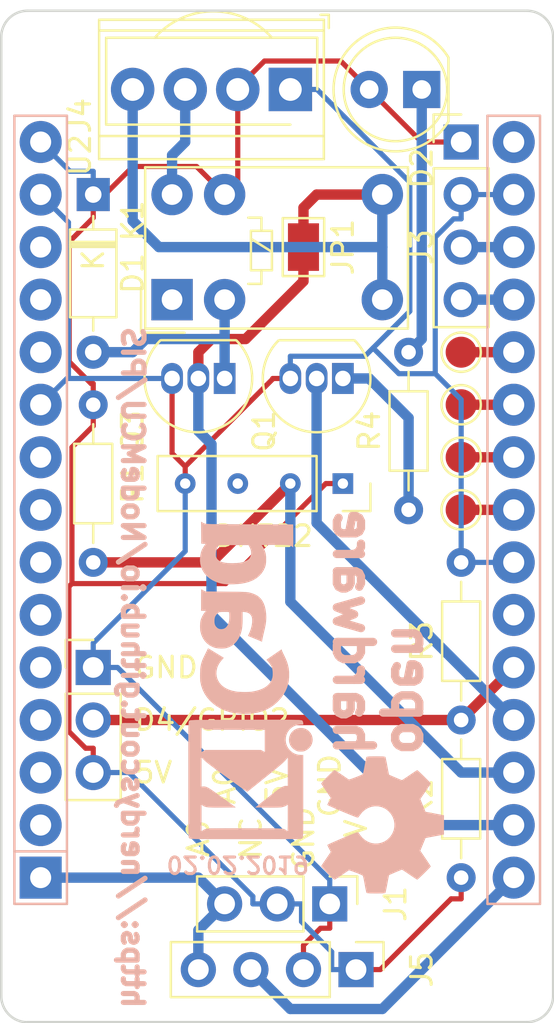
<source format=kicad_pcb>
(kicad_pcb (version 20171130) (host pcbnew "(5.1.12)-1")

  (general
    (thickness 1.55)
    (drawings 22)
    (tracks 138)
    (zones 0)
    (modules 24)
    (nets 20)
  )

  (page A4)
  (title_block
    (title NodeMCU_PIS)
    (date 2020-10-04)
    (company https://nerdyscout.github.io/NodeMCU/PIS)
  )

  (layers
    (0 F.Cu mixed)
    (31 B.Cu mixed)
    (32 B.Adhes user hide)
    (33 F.Adhes user hide)
    (34 B.Paste user hide)
    (35 F.Paste user hide)
    (36 B.SilkS user hide)
    (37 F.SilkS user hide)
    (38 B.Mask user hide)
    (39 F.Mask user hide)
    (40 Dwgs.User user hide)
    (41 Cmts.User user hide)
    (42 Eco1.User user hide)
    (43 Eco2.User user hide)
    (44 Edge.Cuts user)
    (45 Margin user hide)
    (46 B.CrtYd user hide)
    (47 F.CrtYd user hide)
    (48 B.Fab user hide)
    (49 F.Fab user hide)
  )

  (setup
    (last_trace_width 0.25)
    (user_trace_width 0.25)
    (user_trace_width 0.5)
    (user_trace_width 0.75)
    (trace_clearance 0.2)
    (zone_clearance 0.5)
    (zone_45_only no)
    (trace_min 0.2)
    (via_size 0.8)
    (via_drill 0.4)
    (via_min_size 0.4)
    (via_min_drill 0.3)
    (uvia_size 0.3)
    (uvia_drill 0.1)
    (uvias_allowed no)
    (uvia_min_size 0.2)
    (uvia_min_drill 0.1)
    (edge_width 0.05)
    (segment_width 0.2)
    (pcb_text_width 0.3)
    (pcb_text_size 1.5 1.5)
    (mod_edge_width 0.12)
    (mod_text_size 1 1)
    (mod_text_width 0.15)
    (pad_size 1 1)
    (pad_drill 0.5)
    (pad_to_mask_clearance 0.2)
    (solder_mask_min_width 0.25)
    (aux_axis_origin 121.285 144.78)
    (grid_origin 121.285 144.78)
    (visible_elements 7FFFFFFF)
    (pcbplotparams
      (layerselection 0x3d1ff_ffffffff)
      (usegerberextensions false)
      (usegerberattributes false)
      (usegerberadvancedattributes false)
      (creategerberjobfile false)
      (excludeedgelayer true)
      (linewidth 0.100000)
      (plotframeref false)
      (viasonmask false)
      (mode 1)
      (useauxorigin false)
      (hpglpennumber 1)
      (hpglpenspeed 20)
      (hpglpendiameter 15.000000)
      (psnegative false)
      (psa4output false)
      (plotreference true)
      (plotvalue true)
      (plotinvisibletext false)
      (padsonsilk false)
      (subtractmaskfromsilk false)
      (outputformat 1)
      (mirror false)
      (drillshape 0)
      (scaleselection 1)
      (outputdirectory "gerber"))
  )

  (net 0 "")
  (net 1 GND)
  (net 2 +5V)
  (net 3 A0)
  (net 4 RxD)
  (net 5 TxD)
  (net 6 DHT)
  (net 7 "Net-(J4-Pad3)")
  (net 8 Relay)
  (net 9 "Net-(D1-Pad2)")
  (net 10 "Net-(D2-Pad1)")
  (net 11 LED)
  (net 12 "Net-(Q1-Pad1)")
  (net 13 "Net-(TP1-Pad1)")
  (net 14 "Net-(TP2-Pad1)")
  (net 15 "Net-(TP3-Pad1)")
  (net 16 "Net-(TP4-Pad1)")
  (net 17 Dig)
  (net 18 Contact)
  (net 19 "Net-(J4-Pad4)")

  (net_class Default "This is the default net class."
    (clearance 0.2)
    (trace_width 0.25)
    (via_dia 0.8)
    (via_drill 0.4)
    (uvia_dia 0.3)
    (uvia_drill 0.1)
    (add_net +5V)
    (add_net A0)
    (add_net Contact)
    (add_net DHT)
    (add_net Dig)
    (add_net GND)
    (add_net LED)
    (add_net "Net-(D1-Pad2)")
    (add_net "Net-(D2-Pad1)")
    (add_net "Net-(J4-Pad3)")
    (add_net "Net-(J4-Pad4)")
    (add_net "Net-(Q1-Pad1)")
    (add_net "Net-(TP1-Pad1)")
    (add_net "Net-(TP2-Pad1)")
    (add_net "Net-(TP3-Pad1)")
    (add_net "Net-(TP4-Pad1)")
    (add_net Relay)
    (add_net RxD)
    (add_net TxD)
  )

  (module Jumper:SolderJumper-2_P1.3mm_Open_Pad1.0x1.5mm (layer F.Cu) (tedit 5A3EABFC) (tstamp 5C54E666)
    (at 133.985 114.3 90)
    (descr "SMD Solder Jumper, 1x1.5mm Pads, 0.3mm gap, open")
    (tags "solder jumper open")
    (path /5C56F029)
    (attr virtual)
    (fp_text reference JP1 (at 0 1.905 90) (layer F.SilkS)
      (effects (font (size 1 1) (thickness 0.15)))
    )
    (fp_text value NO (at 0 0 90) (layer F.Fab)
      (effects (font (size 1 1) (thickness 0.15)))
    )
    (fp_line (start 1.65 1.25) (end -1.65 1.25) (layer F.CrtYd) (width 0.05))
    (fp_line (start 1.65 1.25) (end 1.65 -1.25) (layer F.CrtYd) (width 0.05))
    (fp_line (start -1.65 -1.25) (end -1.65 1.25) (layer F.CrtYd) (width 0.05))
    (fp_line (start -1.65 -1.25) (end 1.65 -1.25) (layer F.CrtYd) (width 0.05))
    (fp_line (start -1.4 -1) (end 1.4 -1) (layer F.SilkS) (width 0.12))
    (fp_line (start 1.4 -1) (end 1.4 1) (layer F.SilkS) (width 0.12))
    (fp_line (start 1.4 1) (end -1.4 1) (layer F.SilkS) (width 0.12))
    (fp_line (start -1.4 1) (end -1.4 -1) (layer F.SilkS) (width 0.12))
    (pad 1 smd rect (at -0.65 0 90) (size 1 1.5) (layers F.Cu F.Mask)
      (net 8 Relay))
    (pad 2 smd rect (at 0.65 0 90) (size 1 1.5) (layers F.Cu F.Mask)
      (net 19 "Net-(J4-Pad4)"))
  )

  (module TerminalBlock_TE-Connectivity:TerminalBlock_TE_282834-4_1x04_P2.54mm_Horizontal (layer F.Cu) (tedit 5B1EC513) (tstamp 5C54FBDE)
    (at 133.35 106.68 180)
    (descr "Terminal Block TE 282834-4, 4 pins, pitch 2.54mm, size 10.620000000000001x6.5mm^2, drill diamater 1.1mm, pad diameter 2.1mm, see http://www.te.com/commerce/DocumentDelivery/DDEController?Action=showdoc&DocId=Customer+Drawing%7F282834%7FC1%7Fpdf%7FEnglish%7FENG_CD_282834_C1.pdf, script-generated using https://github.com/pointhi/kicad-footprint-generator/scripts/TerminalBlock_TE-Connectivity")
    (tags "THT Terminal Block TE 282834-4 pitch 2.54mm size 10.620000000000001x6.5mm^2 drill 1.1mm pad 2.1mm")
    (path /5C455A67)
    (fp_text reference J4 (at 10.16 -1.27 270) (layer F.SilkS)
      (effects (font (size 1 1) (thickness 0.15)))
    )
    (fp_text value Screw_Terminal_01x04 (at 2.54 1.905 180) (layer F.Fab) hide
      (effects (font (size 1 1) (thickness 0.15)))
    )
    (fp_line (start 9.63 -3.75) (end -2 -3.75) (layer F.CrtYd) (width 0.05))
    (fp_line (start 9.63 3.75) (end 9.63 -3.75) (layer F.CrtYd) (width 0.05))
    (fp_line (start -2 3.75) (end 9.63 3.75) (layer F.CrtYd) (width 0.05))
    (fp_line (start -2 -3.75) (end -2 3.75) (layer F.CrtYd) (width 0.05))
    (fp_line (start -1.86 3.61) (end -1.46 3.61) (layer F.SilkS) (width 0.12))
    (fp_line (start -1.86 2.97) (end -1.86 3.61) (layer F.SilkS) (width 0.12))
    (fp_line (start 8.321 -0.835) (end 6.786 0.7) (layer F.Fab) (width 0.1))
    (fp_line (start 8.455 -0.7) (end 6.92 0.835) (layer F.Fab) (width 0.1))
    (fp_line (start 5.781 -0.835) (end 4.246 0.7) (layer F.Fab) (width 0.1))
    (fp_line (start 5.915 -0.7) (end 4.38 0.835) (layer F.Fab) (width 0.1))
    (fp_line (start 3.241 -0.835) (end 1.706 0.7) (layer F.Fab) (width 0.1))
    (fp_line (start 3.375 -0.7) (end 1.84 0.835) (layer F.Fab) (width 0.1))
    (fp_line (start 0.701 -0.835) (end -0.835 0.7) (layer F.Fab) (width 0.1))
    (fp_line (start 0.835 -0.7) (end -0.701 0.835) (layer F.Fab) (width 0.1))
    (fp_line (start 9.241 -3.37) (end 9.241 3.37) (layer F.SilkS) (width 0.12))
    (fp_line (start -1.62 -3.37) (end -1.62 3.37) (layer F.SilkS) (width 0.12))
    (fp_line (start -1.62 3.37) (end 9.241 3.37) (layer F.SilkS) (width 0.12))
    (fp_line (start -1.62 -3.37) (end 9.241 -3.37) (layer F.SilkS) (width 0.12))
    (fp_line (start -1.62 -2.25) (end 9.241 -2.25) (layer F.SilkS) (width 0.12))
    (fp_line (start -1.5 -2.25) (end 9.12 -2.25) (layer F.Fab) (width 0.1))
    (fp_line (start -1.62 2.85) (end 9.241 2.85) (layer F.SilkS) (width 0.12))
    (fp_line (start -1.5 2.85) (end 9.12 2.85) (layer F.Fab) (width 0.1))
    (fp_line (start -1.5 2.85) (end -1.5 -3.25) (layer F.Fab) (width 0.1))
    (fp_line (start -1.1 3.25) (end -1.5 2.85) (layer F.Fab) (width 0.1))
    (fp_line (start 9.12 3.25) (end -1.1 3.25) (layer F.Fab) (width 0.1))
    (fp_line (start 9.12 -3.25) (end 9.12 3.25) (layer F.Fab) (width 0.1))
    (fp_line (start -1.5 -3.25) (end 9.12 -3.25) (layer F.Fab) (width 0.1))
    (fp_circle (center 7.62 0) (end 8.72 0) (layer F.Fab) (width 0.1))
    (fp_circle (center 5.08 0) (end 6.18 0) (layer F.Fab) (width 0.1))
    (fp_circle (center 2.54 0) (end 3.64 0) (layer F.Fab) (width 0.1))
    (fp_circle (center 0 0) (end 1.1 0) (layer F.Fab) (width 0.1))
    (fp_text user %R (at 3.81 2 180) (layer F.Fab)
      (effects (font (size 1 1) (thickness 0.15)))
    )
    (pad 4 thru_hole circle (at 7.62 0 180) (size 2.1 2.1) (drill 1.1) (layers *.Cu *.Mask)
      (net 19 "Net-(J4-Pad4)"))
    (pad 3 thru_hole circle (at 5.08 0 180) (size 2.1 2.1) (drill 1.1) (layers *.Cu *.Mask)
      (net 7 "Net-(J4-Pad3)"))
    (pad 2 thru_hole circle (at 2.54 0 180) (size 2.1 2.1) (drill 1.1) (layers *.Cu *.Mask)
      (net 2 +5V))
    (pad 1 thru_hole rect (at 0 0 180) (size 2.1 2.1) (drill 1.1) (layers *.Cu *.Mask)
      (net 1 GND))
    (model ${KISYS3DMOD}/TerminalBlock_TE-Connectivity.3dshapes/TerminalBlock_TE_282834-4_1x04_P2.54mm_Horizontal.wrl
      (at (xyz 0 0 0))
      (scale (xyz 1 1 1))
      (rotate (xyz 0 0 0))
    )
  )

  (module OptoDevice:Vishay_CAST-3Pin (layer F.Cu) (tedit 5B88841D) (tstamp 5C54FA16)
    (at 133.35 106.68 180)
    (descr "IR Receiver Vishay TSOP-xxxx, CAST package, see https://www.vishay.com/docs/82493/tsop311.pdf")
    (tags "IRReceiverVishayTSOP-xxxx CAST")
    (path /5C55B23F)
    (fp_text reference U2 (at 10.16 -3.175 270) (layer F.SilkS)
      (effects (font (size 1 1) (thickness 0.15)))
    )
    (fp_text value TSOP17xx (at 3.4 4.8) (layer F.Fab) hide
      (effects (font (size 1 1) (thickness 0.15)))
    )
    (fp_line (start -0.2 -1.6) (end -1.2 -0.6) (layer F.Fab) (width 0.1))
    (fp_line (start 9.05 3.88) (end -1.45 3.88) (layer F.CrtYd) (width 0.05))
    (fp_line (start 9.05 3.88) (end 9.05 -1.85) (layer F.CrtYd) (width 0.05))
    (fp_line (start -1.45 -1.85) (end -1.45 3.88) (layer F.CrtYd) (width 0.05))
    (fp_line (start -1.45 -1.85) (end 9.05 -1.85) (layer F.CrtYd) (width 0.05))
    (fp_line (start -1.2 2.4) (end -1.2 -0.6) (layer F.Fab) (width 0.1))
    (fp_line (start 8.8 2.4) (end -1.2 2.4) (layer F.Fab) (width 0.1))
    (fp_line (start 8.8 -1.6) (end 8.8 2.4) (layer F.Fab) (width 0.1))
    (fp_line (start -0.2 -1.6) (end 8.8 -1.6) (layer F.Fab) (width 0.1))
    (fp_line (start -1.3 2.5) (end 0.9 2.5) (layer F.SilkS) (width 0.12))
    (fp_line (start -1.3 0) (end -1.3 2.5) (layer F.SilkS) (width 0.12))
    (fp_line (start 8.9 -1.7) (end 0 -1.7) (layer F.SilkS) (width 0.12))
    (fp_line (start 8.9 2.5) (end 8.9 -1.7) (layer F.SilkS) (width 0.12))
    (fp_line (start 6.5 2.5) (end 8.9 2.5) (layer F.SilkS) (width 0.12))
    (fp_line (start 0.9 2.5) (end 6.6 2.5) (layer F.SilkS) (width 0.12))
    (fp_text user %R (at 3.8 1.017 180) (layer F.Fab) hide
      (effects (font (size 1 1) (thickness 0.15)))
    )
    (fp_arc (start 3.72 -0.15) (end 6.47 2.45) (angle 93.5) (layer F.Fab) (width 0.1))
    (fp_arc (start 3.72 0) (end 6.55 2.5) (angle 97) (layer F.SilkS) (width 0.12))
    (pad 3 thru_hole circle (at 7.62 0 180) (size 1.4 1.4) (drill 0.7) (layers *.Cu *.Mask)
      (net 19 "Net-(J4-Pad4)"))
    (pad 2 thru_hole circle (at 2.54 0 180) (size 1.4 1.4) (drill 0.7) (layers *.Cu *.Mask)
      (net 2 +5V))
    (pad 1 thru_hole roundrect (at 0 0 180) (size 1.4 1.4) (drill 0.7) (layers *.Cu *.Mask) (roundrect_rratio 0.178)
      (net 1 GND))
    (model ${KISYS3DMOD}/OptoDevice.3dshapes/Vishay_CAST-3Pin.wrl
      (at (xyz 0 0 0))
      (scale (xyz 1 1 1))
      (rotate (xyz 0 0 0))
    )
  )

  (module Connector_PinHeader_2.54mm:PinHeader_1x04_P2.54mm_Vertical (layer F.Cu) (tedit 59FED5CC) (tstamp 5C54A285)
    (at 136.525 149.225 270)
    (descr "Through hole straight pin header, 1x04, 2.54mm pitch, single row")
    (tags "Through hole pin header THT 1x04 2.54mm single row")
    (path /5C4C85C5)
    (fp_text reference J5 (at 0 -3.175 270) (layer F.SilkS)
      (effects (font (size 1 1) (thickness 0.15)))
    )
    (fp_text value "Resistive Sensor" (at 0 3.81) (layer F.Fab) hide
      (effects (font (size 1 1) (thickness 0.15)))
    )
    (fp_line (start 1.8 -1.8) (end -1.8 -1.8) (layer F.CrtYd) (width 0.05))
    (fp_line (start 1.8 9.4) (end 1.8 -1.8) (layer F.CrtYd) (width 0.05))
    (fp_line (start -1.8 9.4) (end 1.8 9.4) (layer F.CrtYd) (width 0.05))
    (fp_line (start -1.8 -1.8) (end -1.8 9.4) (layer F.CrtYd) (width 0.05))
    (fp_line (start -1.33 -1.33) (end 0 -1.33) (layer F.SilkS) (width 0.12))
    (fp_line (start -1.33 0) (end -1.33 -1.33) (layer F.SilkS) (width 0.12))
    (fp_line (start -1.33 1.27) (end 1.33 1.27) (layer F.SilkS) (width 0.12))
    (fp_line (start 1.33 1.27) (end 1.33 8.95) (layer F.SilkS) (width 0.12))
    (fp_line (start -1.33 1.27) (end -1.33 8.95) (layer F.SilkS) (width 0.12))
    (fp_line (start -1.33 8.95) (end 1.33 8.95) (layer F.SilkS) (width 0.12))
    (fp_line (start -1.27 -0.635) (end -0.635 -1.27) (layer F.Fab) (width 0.1))
    (fp_line (start -1.27 8.89) (end -1.27 -0.635) (layer F.Fab) (width 0.1))
    (fp_line (start 1.27 8.89) (end -1.27 8.89) (layer F.Fab) (width 0.1))
    (fp_line (start 1.27 -1.27) (end 1.27 8.89) (layer F.Fab) (width 0.1))
    (fp_line (start -0.635 -1.27) (end 1.27 -1.27) (layer F.Fab) (width 0.1))
    (fp_text user %R (at 0 3.81) (layer F.Fab)
      (effects (font (size 1 1) (thickness 0.15)))
    )
    (pad 4 thru_hole oval (at 0 7.62 270) (size 1.7 1.7) (drill 1) (layers *.Cu *.Mask)
      (net 3 A0))
    (pad 3 thru_hole oval (at 0 5.08 270) (size 1.7 1.7) (drill 1) (layers *.Cu *.Mask)
      (net 17 Dig))
    (pad 2 thru_hole oval (at 0 2.54 270) (size 1.7 1.7) (drill 1) (layers *.Cu *.Mask)
      (net 1 GND))
    (pad 1 thru_hole rect (at 0 0 270) (size 1.7 1.7) (drill 1) (layers *.Cu *.Mask)
      (net 2 +5V))
    (model ${KISYS3DMOD}/Connector_PinHeader_2.54mm.3dshapes/PinHeader_1x04_P2.54mm_Vertical.wrl
      (at (xyz 0 0 0))
      (scale (xyz 1 1 1))
      (rotate (xyz 0 0 0))
    )
  )

  (module Connector_PinSocket_2.54mm:PinSocket_1x04_P2.54mm_Vertical (layer F.Cu) (tedit 5C48A34D) (tstamp 5C54B2DA)
    (at 135.89 125.73 270)
    (descr "Through hole straight socket strip, 1x04, 2.54mm pitch, single row (from Kicad 4.0.7), script generated")
    (tags "Through hole socket strip THT 1x04 2.54mm single row")
    (path /5B6C95C9)
    (fp_text reference U4 (at 2.54 4.445) (layer F.SilkS) hide
      (effects (font (size 1 1) (thickness 0.15)))
    )
    (fp_text value DHT11 (at 3.81 3.81) (layer F.Fab)
      (effects (font (size 1 1) (thickness 0.15)))
    )
    (fp_line (start -1.8 9.4) (end -1.8 -1.8) (layer F.CrtYd) (width 0.05))
    (fp_line (start 1.75 9.4) (end -1.8 9.4) (layer F.CrtYd) (width 0.05))
    (fp_line (start 1.75 -1.8) (end 1.75 9.4) (layer F.CrtYd) (width 0.05))
    (fp_line (start -1.8 -1.8) (end 1.75 -1.8) (layer F.CrtYd) (width 0.05))
    (fp_line (start 0 -1.33) (end 1.33 -1.33) (layer F.SilkS) (width 0.12))
    (fp_line (start 1.33 -1.33) (end 1.33 0) (layer F.SilkS) (width 0.12))
    (fp_line (start 1.33 1.27) (end 1.33 8.95) (layer F.SilkS) (width 0.12))
    (fp_line (start -1.33 8.95) (end 1.33 8.95) (layer F.SilkS) (width 0.12))
    (fp_line (start -1.33 1.27) (end -1.33 8.95) (layer F.SilkS) (width 0.12))
    (fp_line (start -1.33 1.27) (end 1.33 1.27) (layer F.SilkS) (width 0.12))
    (fp_line (start -1.27 8.89) (end -1.27 -1.27) (layer F.Fab) (width 0.1))
    (fp_line (start 1.27 8.89) (end -1.27 8.89) (layer F.Fab) (width 0.1))
    (fp_line (start 1.27 -0.635) (end 1.27 8.89) (layer F.Fab) (width 0.1))
    (fp_line (start 0.635 -1.27) (end 1.27 -0.635) (layer F.Fab) (width 0.1))
    (fp_line (start -1.27 -1.27) (end 0.635 -1.27) (layer F.Fab) (width 0.1))
    (fp_text user %R (at 2.54 3.81) (layer F.Fab)
      (effects (font (size 1 1) (thickness 0.15)))
    )
    (pad 4 thru_hole oval (at 0 7.62 270) (size 1 1) (drill 0.5) (layers *.Cu *.Mask)
      (net 1 GND))
    (pad 3 thru_hole oval (at 0 5.08 270) (size 1 1) (drill 0.5) (layers *.Cu *.Mask))
    (pad 2 thru_hole oval (at 0 2.54 270) (size 1 1) (drill 0.5) (layers *.Cu *.Mask)
      (net 6 DHT))
    (pad 1 thru_hole rect (at 0 0 270) (size 1 1) (drill 0.5) (layers *.Cu *.Mask)
      (net 2 +5V))
  )

  (module TestPoint:TestPoint_Pad_D1.5mm (layer F.Cu) (tedit 5A0F774F) (tstamp 5C4353E1)
    (at 141.605 119.38)
    (descr "SMD pad as test Point, diameter 1.5mm")
    (tags "test point SMD pad")
    (path /5C43F79F)
    (attr virtual)
    (fp_text reference TP4 (at 0 -1.648) (layer F.SilkS) hide
      (effects (font (size 1 1) (thickness 0.15)))
    )
    (fp_text value CS (at 6.35 0) (layer F.Fab) hide
      (effects (font (size 1 1) (thickness 0.15)))
    )
    (fp_circle (center 0 0) (end 0 0.95) (layer F.SilkS) (width 0.12))
    (fp_circle (center 0 0) (end 1.25 0) (layer F.CrtYd) (width 0.05))
    (fp_text user %R (at 0 -1.65) (layer F.Fab) hide
      (effects (font (size 1 1) (thickness 0.15)))
    )
    (pad 1 smd circle (at 0 0) (size 1.5 1.5) (layers F.Cu F.Mask)
      (net 16 "Net-(TP4-Pad1)"))
  )

  (module TestPoint:TestPoint_Pad_D1.5mm (layer F.Cu) (tedit 5A0F774F) (tstamp 5C4353D9)
    (at 141.605 121.92)
    (descr "SMD pad as test Point, diameter 1.5mm")
    (tags "test point SMD pad")
    (path /5C43F537)
    (attr virtual)
    (fp_text reference TP3 (at 0 -1.648) (layer F.SilkS) hide
      (effects (font (size 1 1) (thickness 0.15)))
    )
    (fp_text value MOSI (at 6.35 0) (layer F.Fab) hide
      (effects (font (size 1 1) (thickness 0.15)))
    )
    (fp_circle (center 0 0) (end 0 0.95) (layer F.SilkS) (width 0.12))
    (fp_circle (center 0 0) (end 1.25 0) (layer F.CrtYd) (width 0.05))
    (fp_text user %R (at 0 -1.65) (layer F.Fab) hide
      (effects (font (size 1 1) (thickness 0.15)))
    )
    (pad 1 smd circle (at 0 0) (size 1.5 1.5) (layers F.Cu F.Mask)
      (net 15 "Net-(TP3-Pad1)"))
  )

  (module TestPoint:TestPoint_Pad_D1.5mm (layer F.Cu) (tedit 5A0F774F) (tstamp 5C4353D1)
    (at 141.605 124.46)
    (descr "SMD pad as test Point, diameter 1.5mm")
    (tags "test point SMD pad")
    (path /5C43F40A)
    (attr virtual)
    (fp_text reference TP2 (at 0 -1.648) (layer F.SilkS) hide
      (effects (font (size 1 1) (thickness 0.15)))
    )
    (fp_text value MISO (at 6.35 0) (layer F.Fab) hide
      (effects (font (size 1 1) (thickness 0.15)))
    )
    (fp_circle (center 0 0) (end 0 0.95) (layer F.SilkS) (width 0.12))
    (fp_circle (center 0 0) (end 1.25 0) (layer F.CrtYd) (width 0.05))
    (fp_text user %R (at 0 -1.65) (layer F.Fab) hide
      (effects (font (size 1 1) (thickness 0.15)))
    )
    (pad 1 smd circle (at 0 0) (size 1.5 1.5) (layers F.Cu F.Mask)
      (net 14 "Net-(TP2-Pad1)"))
  )

  (module TestPoint:TestPoint_Pad_D1.5mm (layer F.Cu) (tedit 5A0F774F) (tstamp 5C4353C9)
    (at 141.605 127)
    (descr "SMD pad as test Point, diameter 1.5mm")
    (tags "test point SMD pad")
    (path /5C43EF54)
    (attr virtual)
    (fp_text reference TP1 (at 0 -1.648) (layer F.SilkS) hide
      (effects (font (size 1 1) (thickness 0.15)))
    )
    (fp_text value CLK (at 6.35 0) (layer F.Fab) hide
      (effects (font (size 1 1) (thickness 0.15)))
    )
    (fp_circle (center 0 0) (end 0 0.95) (layer F.SilkS) (width 0.12))
    (fp_circle (center 0 0) (end 1.25 0) (layer F.CrtYd) (width 0.05))
    (fp_text user %R (at 0 -1.65) (layer F.Fab) hide
      (effects (font (size 1 1) (thickness 0.15)))
    )
    (pad 1 smd circle (at 0 0) (size 1.5 1.5) (layers F.Cu F.Mask)
      (net 13 "Net-(TP1-Pad1)"))
  )

  (module Resistor_THT:R_Axial_DIN0204_L3.6mm_D1.6mm_P7.62mm_Horizontal (layer F.Cu) (tedit 5AE5139B) (tstamp 5C4450B9)
    (at 139.065 127 90)
    (descr "Resistor, Axial_DIN0204 series, Axial, Horizontal, pin pitch=7.62mm, 0.167W, length*diameter=3.6*1.6mm^2, http://cdn-reichelt.de/documents/datenblatt/B400/1_4W%23YAG.pdf")
    (tags "Resistor Axial_DIN0204 series Axial Horizontal pin pitch 7.62mm 0.167W length 3.6mm diameter 1.6mm")
    (path /5C445201)
    (fp_text reference R4 (at 3.81 -1.905 90) (layer F.SilkS)
      (effects (font (size 1 1) (thickness 0.15)))
    )
    (fp_text value 100 (at -2.54 0 90) (layer F.Fab)
      (effects (font (size 1 1) (thickness 0.15)))
    )
    (fp_line (start 8.57 -1.05) (end -0.95 -1.05) (layer F.CrtYd) (width 0.05))
    (fp_line (start 8.57 1.05) (end 8.57 -1.05) (layer F.CrtYd) (width 0.05))
    (fp_line (start -0.95 1.05) (end 8.57 1.05) (layer F.CrtYd) (width 0.05))
    (fp_line (start -0.95 -1.05) (end -0.95 1.05) (layer F.CrtYd) (width 0.05))
    (fp_line (start 6.68 0) (end 5.73 0) (layer F.SilkS) (width 0.12))
    (fp_line (start 0.94 0) (end 1.89 0) (layer F.SilkS) (width 0.12))
    (fp_line (start 5.73 -0.92) (end 1.89 -0.92) (layer F.SilkS) (width 0.12))
    (fp_line (start 5.73 0.92) (end 5.73 -0.92) (layer F.SilkS) (width 0.12))
    (fp_line (start 1.89 0.92) (end 5.73 0.92) (layer F.SilkS) (width 0.12))
    (fp_line (start 1.89 -0.92) (end 1.89 0.92) (layer F.SilkS) (width 0.12))
    (fp_line (start 7.62 0) (end 5.61 0) (layer F.Fab) (width 0.1))
    (fp_line (start 0 0) (end 2.01 0) (layer F.Fab) (width 0.1))
    (fp_line (start 5.61 -0.8) (end 2.01 -0.8) (layer F.Fab) (width 0.1))
    (fp_line (start 5.61 0.8) (end 5.61 -0.8) (layer F.Fab) (width 0.1))
    (fp_line (start 2.01 0.8) (end 5.61 0.8) (layer F.Fab) (width 0.1))
    (fp_line (start 2.01 -0.8) (end 2.01 0.8) (layer F.Fab) (width 0.1))
    (fp_text user %R (at 3.81 0 90) (layer F.Fab)
      (effects (font (size 0.72 0.72) (thickness 0.108)))
    )
    (pad 2 thru_hole oval (at 7.62 0 90) (size 1.4 1.4) (drill 0.7) (layers *.Cu *.Mask)
      (net 10 "Net-(D2-Pad1)"))
    (pad 1 thru_hole circle (at 0 0 90) (size 1.4 1.4) (drill 0.7) (layers *.Cu *.Mask)
      (net 12 "Net-(Q1-Pad1)"))
    (model ${KISYS3DMOD}/Resistor_THT.3dshapes/R_Axial_DIN0204_L3.6mm_D1.6mm_P7.62mm_Horizontal.wrl
      (at (xyz 0 0 0))
      (scale (xyz 1 1 1))
      (rotate (xyz 0 0 0))
    )
  )

  (module LED_THT:LED_D5.0mm (layer F.Cu) (tedit 5995936A) (tstamp 5C435721)
    (at 139.7 106.68 180)
    (descr "LED, diameter 5.0mm, 2 pins, http://cdn-reichelt.de/documents/datenblatt/A500/LL-504BC2E-009.pdf")
    (tags "LED diameter 5.0mm 2 pins")
    (path /5C43D8A7)
    (fp_text reference D2 (at 0 -3.81 270) (layer F.SilkS)
      (effects (font (size 1 1) (thickness 0.15)))
    )
    (fp_text value LED (at 1.27 1.905 180) (layer F.Fab)
      (effects (font (size 1 1) (thickness 0.15)))
    )
    (fp_line (start 4.5 -3.25) (end -1.95 -3.25) (layer F.CrtYd) (width 0.05))
    (fp_line (start 4.5 3.25) (end 4.5 -3.25) (layer F.CrtYd) (width 0.05))
    (fp_line (start -1.95 3.25) (end 4.5 3.25) (layer F.CrtYd) (width 0.05))
    (fp_line (start -1.95 -3.25) (end -1.95 3.25) (layer F.CrtYd) (width 0.05))
    (fp_line (start -1.29 -1.545) (end -1.29 1.545) (layer F.SilkS) (width 0.12))
    (fp_line (start -1.23 -1.469694) (end -1.23 1.469694) (layer F.Fab) (width 0.1))
    (fp_circle (center 1.27 0) (end 3.77 0) (layer F.SilkS) (width 0.12))
    (fp_circle (center 1.27 0) (end 3.77 0) (layer F.Fab) (width 0.1))
    (fp_text user %R (at 1.27 -1.905 180) (layer F.Fab)
      (effects (font (size 0.8 0.8) (thickness 0.2)))
    )
    (fp_arc (start 1.27 0) (end -1.29 1.54483) (angle -148.9) (layer F.SilkS) (width 0.12))
    (fp_arc (start 1.27 0) (end -1.29 -1.54483) (angle 148.9) (layer F.SilkS) (width 0.12))
    (fp_arc (start 1.27 0) (end -1.23 -1.469694) (angle 299.1) (layer F.Fab) (width 0.1))
    (pad 2 thru_hole circle (at 2.54 0 180) (size 1.8 1.8) (drill 0.9) (layers *.Cu *.Mask)
      (net 2 +5V))
    (pad 1 thru_hole rect (at 0 0 180) (size 1.8 1.8) (drill 0.9) (layers *.Cu *.Mask)
      (net 10 "Net-(D2-Pad1)"))
    (model ${KISYS3DMOD}/LED_THT.3dshapes/LED_D5.0mm.wrl
      (at (xyz 0 0 0))
      (scale (xyz 1 1 1))
      (rotate (xyz 0 0 0))
    )
  )

  (module Package_TO_SOT_THT:TO-92_Inline (layer F.Cu) (tedit 5A1DD157) (tstamp 5C54B381)
    (at 135.89 120.65 180)
    (descr "TO-92 leads in-line, narrow, oval pads, drill 0.75mm (see NXP sot054_po.pdf)")
    (tags "to-92 sc-43 sc-43a sot54 PA33 transistor")
    (path /5C433EC8)
    (fp_text reference Q1 (at 3.81 -2.54 270) (layer F.SilkS)
      (effects (font (size 1 1) (thickness 0.15)))
    )
    (fp_text value BC547 (at 1.27 0 180) (layer F.Fab)
      (effects (font (size 1 1) (thickness 0.15)))
    )
    (fp_line (start 4 2.01) (end -1.46 2.01) (layer F.CrtYd) (width 0.05))
    (fp_line (start 4 2.01) (end 4 -2.73) (layer F.CrtYd) (width 0.05))
    (fp_line (start -1.46 -2.73) (end -1.46 2.01) (layer F.CrtYd) (width 0.05))
    (fp_line (start -1.46 -2.73) (end 4 -2.73) (layer F.CrtYd) (width 0.05))
    (fp_line (start -0.5 1.75) (end 3 1.75) (layer F.Fab) (width 0.1))
    (fp_line (start -0.53 1.85) (end 3.07 1.85) (layer F.SilkS) (width 0.12))
    (fp_text user %R (at 1.27 -1.27) (layer F.Fab)
      (effects (font (size 1 1) (thickness 0.15)))
    )
    (fp_arc (start 1.27 0) (end 1.27 -2.6) (angle 135) (layer F.SilkS) (width 0.12))
    (fp_arc (start 1.27 0) (end 1.27 -2.48) (angle -135) (layer F.Fab) (width 0.1))
    (fp_arc (start 1.27 0) (end 1.27 -2.6) (angle -135) (layer F.SilkS) (width 0.12))
    (fp_arc (start 1.27 0) (end 1.27 -2.48) (angle 135) (layer F.Fab) (width 0.1))
    (pad 1 thru_hole rect (at 0 0 180) (size 1.05 1.5) (drill 0.75) (layers *.Cu *.Mask)
      (net 12 "Net-(Q1-Pad1)"))
    (pad 3 thru_hole oval (at 2.54 0 180) (size 1.05 1.5) (drill 0.75) (layers *.Cu *.Mask)
      (net 1 GND))
    (pad 2 thru_hole oval (at 1.27 0 180) (size 1.05 1.5) (drill 0.75) (layers *.Cu *.Mask)
      (net 11 LED))
    (model ${KISYS3DMOD}/Package_TO_SOT_THT.3dshapes/TO-92_Inline.wrl
      (at (xyz 0 0 0))
      (scale (xyz 1 1 1))
      (rotate (xyz 0 0 0))
    )
  )

  (module Diode_THT:D_DO-35_SOD27_P7.62mm_Horizontal (layer F.Cu) (tedit 5AE50CD5) (tstamp 5C435AE8)
    (at 123.825 111.76 270)
    (descr "Diode, DO-35_SOD27 series, Axial, Horizontal, pin pitch=7.62mm, , length*diameter=4*2mm^2, , http://www.diodes.com/_files/packages/DO-35.pdf")
    (tags "Diode DO-35_SOD27 series Axial Horizontal pin pitch 7.62mm  length 4mm diameter 2mm")
    (path /5C3DA005)
    (fp_text reference D1 (at 3.81 -1.905 270) (layer F.SilkS)
      (effects (font (size 1 1) (thickness 0.15)))
    )
    (fp_text value 1N4148 (at 3.81 -1.905 270) (layer F.Fab)
      (effects (font (size 1 1) (thickness 0.15)))
    )
    (fp_line (start 8.67 -1.25) (end -1.05 -1.25) (layer F.CrtYd) (width 0.05))
    (fp_line (start 8.67 1.25) (end 8.67 -1.25) (layer F.CrtYd) (width 0.05))
    (fp_line (start -1.05 1.25) (end 8.67 1.25) (layer F.CrtYd) (width 0.05))
    (fp_line (start -1.05 -1.25) (end -1.05 1.25) (layer F.CrtYd) (width 0.05))
    (fp_line (start 2.29 -1.12) (end 2.29 1.12) (layer F.SilkS) (width 0.12))
    (fp_line (start 2.53 -1.12) (end 2.53 1.12) (layer F.SilkS) (width 0.12))
    (fp_line (start 2.41 -1.12) (end 2.41 1.12) (layer F.SilkS) (width 0.12))
    (fp_line (start 6.58 0) (end 5.93 0) (layer F.SilkS) (width 0.12))
    (fp_line (start 1.04 0) (end 1.69 0) (layer F.SilkS) (width 0.12))
    (fp_line (start 5.93 -1.12) (end 1.69 -1.12) (layer F.SilkS) (width 0.12))
    (fp_line (start 5.93 1.12) (end 5.93 -1.12) (layer F.SilkS) (width 0.12))
    (fp_line (start 1.69 1.12) (end 5.93 1.12) (layer F.SilkS) (width 0.12))
    (fp_line (start 1.69 -1.12) (end 1.69 1.12) (layer F.SilkS) (width 0.12))
    (fp_line (start 2.31 -1) (end 2.31 1) (layer F.Fab) (width 0.1))
    (fp_line (start 2.51 -1) (end 2.51 1) (layer F.Fab) (width 0.1))
    (fp_line (start 2.41 -1) (end 2.41 1) (layer F.Fab) (width 0.1))
    (fp_line (start 7.62 0) (end 5.81 0) (layer F.Fab) (width 0.1))
    (fp_line (start 0 0) (end 1.81 0) (layer F.Fab) (width 0.1))
    (fp_line (start 5.81 -1) (end 1.81 -1) (layer F.Fab) (width 0.1))
    (fp_line (start 5.81 1) (end 5.81 -1) (layer F.Fab) (width 0.1))
    (fp_line (start 1.81 1) (end 5.81 1) (layer F.Fab) (width 0.1))
    (fp_line (start 1.81 -1) (end 1.81 1) (layer F.Fab) (width 0.1))
    (fp_text user K (at 3.175 0 270) (layer F.SilkS)
      (effects (font (size 1 1) (thickness 0.15)))
    )
    (fp_text user K (at 0 -1.905 270) (layer F.Fab) hide
      (effects (font (size 1 1) (thickness 0.15)))
    )
    (fp_text user %R (at 4.11 0 270) (layer F.Fab)
      (effects (font (size 0.8 0.8) (thickness 0.12)))
    )
    (pad 2 thru_hole oval (at 7.62 0 270) (size 1.6 1.6) (drill 0.8) (layers *.Cu *.Mask)
      (net 9 "Net-(D1-Pad2)"))
    (pad 1 thru_hole rect (at 0 0 270) (size 1.6 1.6) (drill 0.8) (layers *.Cu *.Mask)
      (net 2 +5V))
    (model ${KISYS3DMOD}/Diode_THT.3dshapes/D_DO-35_SOD27_P7.62mm_Horizontal.wrl
      (at (xyz 0 0 0))
      (scale (xyz 1 1 1))
      (rotate (xyz 0 0 0))
    )
  )

  (module Symbol:KiCad-Logo_6mm_SilkScreen (layer B.Cu) (tedit 0) (tstamp 5C3CB5AB)
    (at 131.445 135.255 90)
    (descr "KiCad Logo")
    (tags "Logo KiCad")
    (path /5C3F045C)
    (attr virtual)
    (fp_text reference LOGO2 (at 0 0 90) (layer B.SilkS) hide
      (effects (font (size 1 1) (thickness 0.15)) (justify mirror))
    )
    (fp_text value Logo_Open_Hardware_Small (at 0.75 0 90) (layer B.Fab) hide
      (effects (font (size 1 1) (thickness 0.15)) (justify mirror))
    )
    (fp_poly (pts (xy -2.726079 2.96351) (xy -2.622973 2.927762) (xy -2.526978 2.871493) (xy -2.441247 2.794712)
      (xy -2.36893 2.697427) (xy -2.336445 2.636108) (xy -2.308332 2.55034) (xy -2.294705 2.451323)
      (xy -2.296214 2.349529) (xy -2.312969 2.257286) (xy -2.358763 2.144568) (xy -2.425168 2.046793)
      (xy -2.508809 1.965885) (xy -2.606312 1.903768) (xy -2.7143 1.862366) (xy -2.829399 1.843603)
      (xy -2.948234 1.849402) (xy -3.006811 1.861794) (xy -3.120972 1.906203) (xy -3.222365 1.973967)
      (xy -3.308545 2.062999) (xy -3.377066 2.171209) (xy -3.382864 2.183027) (xy -3.402904 2.227372)
      (xy -3.415487 2.26472) (xy -3.422319 2.30412) (xy -3.425105 2.354619) (xy -3.425568 2.409567)
      (xy -3.424803 2.475585) (xy -3.421352 2.523311) (xy -3.413477 2.561897) (xy -3.399443 2.600494)
      (xy -3.38212 2.638574) (xy -3.317505 2.746672) (xy -3.237934 2.834197) (xy -3.14656 2.901159)
      (xy -3.046536 2.947564) (xy -2.941012 2.973419) (xy -2.833142 2.978732) (xy -2.726079 2.96351)) (layer B.SilkS) (width 0.01))
    (fp_poly (pts (xy 6.84227 2.043175) (xy 6.959041 2.042696) (xy 6.998729 2.042455) (xy 7.544486 2.038865)
      (xy 7.551351 -0.054919) (xy 7.552258 -0.338842) (xy 7.553062 -0.59664) (xy 7.553815 -0.829646)
      (xy 7.554569 -1.039194) (xy 7.555375 -1.226618) (xy 7.556285 -1.39325) (xy 7.557351 -1.540425)
      (xy 7.558624 -1.669477) (xy 7.560156 -1.781739) (xy 7.561998 -1.878544) (xy 7.564203 -1.961226)
      (xy 7.566822 -2.031119) (xy 7.569906 -2.089557) (xy 7.573508 -2.137872) (xy 7.577678 -2.1774)
      (xy 7.582469 -2.209473) (xy 7.587931 -2.235424) (xy 7.594118 -2.256589) (xy 7.60108 -2.274299)
      (xy 7.608869 -2.289889) (xy 7.617537 -2.304693) (xy 7.627135 -2.320044) (xy 7.637715 -2.337276)
      (xy 7.639884 -2.340946) (xy 7.676268 -2.403031) (xy 7.150431 -2.399434) (xy 6.624594 -2.395838)
      (xy 6.617729 -2.280331) (xy 6.613992 -2.224899) (xy 6.610097 -2.192851) (xy 6.604811 -2.180135)
      (xy 6.596903 -2.182696) (xy 6.59027 -2.190024) (xy 6.561374 -2.216714) (xy 6.514279 -2.251021)
      (xy 6.45562 -2.288846) (xy 6.392031 -2.32609) (xy 6.330149 -2.358653) (xy 6.282634 -2.380077)
      (xy 6.171316 -2.415283) (xy 6.043596 -2.440222) (xy 5.908901 -2.453941) (xy 5.776663 -2.455486)
      (xy 5.656308 -2.443906) (xy 5.654326 -2.443574) (xy 5.489641 -2.40225) (xy 5.335479 -2.336412)
      (xy 5.193328 -2.247474) (xy 5.064675 -2.136852) (xy 4.951007 -2.005961) (xy 4.85381 -1.856216)
      (xy 4.774572 -1.689033) (xy 4.73143 -1.56519) (xy 4.702979 -1.461581) (xy 4.68188 -1.361252)
      (xy 4.667488 -1.258109) (xy 4.659158 -1.146057) (xy 4.656245 -1.019001) (xy 4.657535 -0.915252)
      (xy 5.67065 -0.915252) (xy 5.675444 -1.089222) (xy 5.690568 -1.238895) (xy 5.716485 -1.365597)
      (xy 5.753663 -1.470658) (xy 5.802565 -1.555406) (xy 5.863658 -1.621169) (xy 5.934177 -1.667659)
      (xy 5.970871 -1.685014) (xy 6.002696 -1.695419) (xy 6.038177 -1.700179) (xy 6.085841 -1.700601)
      (xy 6.137189 -1.698748) (xy 6.238169 -1.689841) (xy 6.318035 -1.672398) (xy 6.343135 -1.663661)
      (xy 6.400448 -1.637857) (xy 6.460897 -1.605453) (xy 6.487297 -1.589233) (xy 6.555946 -1.544205)
      (xy 6.555946 -0.116982) (xy 6.480432 -0.071718) (xy 6.375121 -0.020572) (xy 6.267525 0.009676)
      (xy 6.161581 0.019205) (xy 6.061224 0.008193) (xy 5.970387 -0.023181) (xy 5.893007 -0.07474)
      (xy 5.868039 -0.099488) (xy 5.807856 -0.180577) (xy 5.759145 -0.278734) (xy 5.721499 -0.395643)
      (xy 5.694512 -0.532985) (xy 5.677775 -0.692444) (xy 5.670883 -0.8757) (xy 5.67065 -0.915252)
      (xy 4.657535 -0.915252) (xy 4.658073 -0.872067) (xy 4.669647 -0.646053) (xy 4.69292 -0.442192)
      (xy 4.728504 -0.257513) (xy 4.777013 -0.089048) (xy 4.83906 0.066174) (xy 4.861201 0.112192)
      (xy 4.950385 0.262261) (xy 5.058159 0.395623) (xy 5.18199 0.510123) (xy 5.319342 0.603611)
      (xy 5.467683 0.673932) (xy 5.556604 0.70294) (xy 5.643933 0.72016) (xy 5.749011 0.730406)
      (xy 5.863029 0.733682) (xy 5.977177 0.729991) (xy 6.082648 0.71934) (xy 6.167334 0.70263)
      (xy 6.268128 0.66986) (xy 6.365822 0.627721) (xy 6.451296 0.580481) (xy 6.496789 0.548419)
      (xy 6.528169 0.524578) (xy 6.550142 0.510061) (xy 6.555141 0.508) (xy 6.55669 0.521282)
      (xy 6.558135 0.559337) (xy 6.559443 0.619481) (xy 6.560583 0.699027) (xy 6.561521 0.795289)
      (xy 6.562226 0.905581) (xy 6.562667 1.027219) (xy 6.562811 1.151115) (xy 6.56273 1.309804)
      (xy 6.562335 1.443592) (xy 6.561395 1.55504) (xy 6.55968 1.646705) (xy 6.556957 1.721147)
      (xy 6.552997 1.780925) (xy 6.547569 1.828598) (xy 6.540441 1.866726) (xy 6.531384 1.897866)
      (xy 6.520167 1.924579) (xy 6.506558 1.949423) (xy 6.490328 1.974957) (xy 6.48824 1.978119)
      (xy 6.467306 2.01119) (xy 6.454667 2.033931) (xy 6.452973 2.038728) (xy 6.466216 2.040241)
      (xy 6.504002 2.041472) (xy 6.563416 2.042401) (xy 6.641542 2.043008) (xy 6.735465 2.043273)
      (xy 6.84227 2.043175)) (layer B.SilkS) (width 0.01))
    (fp_poly (pts (xy 3.167505 0.735771) (xy 3.235531 0.730622) (xy 3.430163 0.704727) (xy 3.602529 0.663425)
      (xy 3.75347 0.606147) (xy 3.883825 0.532326) (xy 3.994434 0.441392) (xy 4.086135 0.332778)
      (xy 4.15977 0.205915) (xy 4.213539 0.068648) (xy 4.227187 0.024863) (xy 4.239073 -0.016141)
      (xy 4.249334 -0.056569) (xy 4.258113 -0.09863) (xy 4.265548 -0.144531) (xy 4.27178 -0.19648)
      (xy 4.27695 -0.256685) (xy 4.281196 -0.327352) (xy 4.28466 -0.410689) (xy 4.287481 -0.508905)
      (xy 4.2898 -0.624205) (xy 4.291757 -0.758799) (xy 4.293491 -0.914893) (xy 4.295143 -1.094695)
      (xy 4.296324 -1.235676) (xy 4.30427 -2.203622) (xy 4.355756 -2.29677) (xy 4.380137 -2.341645)
      (xy 4.39828 -2.376501) (xy 4.406935 -2.395054) (xy 4.407243 -2.396311) (xy 4.394014 -2.397749)
      (xy 4.356326 -2.399074) (xy 4.297183 -2.400249) (xy 4.219586 -2.401237) (xy 4.126536 -2.401999)
      (xy 4.021035 -2.4025) (xy 3.906084 -2.402701) (xy 3.892378 -2.402703) (xy 3.377513 -2.402703)
      (xy 3.377513 -2.286) (xy 3.376635 -2.23326) (xy 3.374292 -2.192926) (xy 3.370921 -2.1713)
      (xy 3.369431 -2.169298) (xy 3.355804 -2.177683) (xy 3.327757 -2.199692) (xy 3.291303 -2.230601)
      (xy 3.290485 -2.231316) (xy 3.223962 -2.280843) (xy 3.139948 -2.330575) (xy 3.047937 -2.375626)
      (xy 2.957421 -2.41111) (xy 2.917567 -2.423236) (xy 2.838255 -2.438637) (xy 2.740935 -2.448465)
      (xy 2.634516 -2.45258) (xy 2.527907 -2.450841) (xy 2.430017 -2.443108) (xy 2.361513 -2.431981)
      (xy 2.19352 -2.382648) (xy 2.042281 -2.312342) (xy 1.908782 -2.221933) (xy 1.794006 -2.112295)
      (xy 1.698937 -1.984299) (xy 1.62456 -1.838818) (xy 1.592474 -1.750541) (xy 1.572365 -1.664739)
      (xy 1.559038 -1.561736) (xy 1.552872 -1.451034) (xy 1.553074 -1.434925) (xy 2.481648 -1.434925)
      (xy 2.489348 -1.517184) (xy 2.514989 -1.585546) (xy 2.562378 -1.64897) (xy 2.580579 -1.667567)
      (xy 2.645282 -1.717846) (xy 2.720066 -1.750056) (xy 2.809662 -1.765648) (xy 2.904012 -1.766796)
      (xy 2.993501 -1.759216) (xy 3.062018 -1.744389) (xy 3.091775 -1.733253) (xy 3.145408 -1.702904)
      (xy 3.202235 -1.660221) (xy 3.254082 -1.612317) (xy 3.292778 -1.566301) (xy 3.303054 -1.549421)
      (xy 3.311042 -1.525782) (xy 3.316721 -1.488168) (xy 3.320356 -1.432985) (xy 3.322211 -1.35664)
      (xy 3.322594 -1.283981) (xy 3.322335 -1.19927) (xy 3.321287 -1.138018) (xy 3.319045 -1.096227)
      (xy 3.315206 -1.069899) (xy 3.309365 -1.055035) (xy 3.301118 -1.047639) (xy 3.298567 -1.046461)
      (xy 3.2764 -1.042833) (xy 3.23268 -1.039866) (xy 3.173311 -1.037827) (xy 3.104196 -1.036983)
      (xy 3.089189 -1.036982) (xy 2.996805 -1.038457) (xy 2.925432 -1.042842) (xy 2.868719 -1.050738)
      (xy 2.821872 -1.06227) (xy 2.705669 -1.106215) (xy 2.614543 -1.160243) (xy 2.547705 -1.225219)
      (xy 2.504365 -1.302005) (xy 2.483734 -1.391467) (xy 2.481648 -1.434925) (xy 1.553074 -1.434925)
      (xy 1.554244 -1.342133) (xy 1.563532 -1.244536) (xy 1.570777 -1.205105) (xy 1.617039 -1.058701)
      (xy 1.687384 -0.923995) (xy 1.780484 -0.80228) (xy 1.895012 -0.694847) (xy 2.02964 -0.602988)
      (xy 2.18304 -0.527996) (xy 2.313459 -0.482458) (xy 2.400623 -0.458533) (xy 2.483996 -0.439943)
      (xy 2.568976 -0.426084) (xy 2.660965 -0.416351) (xy 2.765362 -0.410141) (xy 2.887568 -0.406851)
      (xy 2.998055 -0.405924) (xy 3.325677 -0.405027) (xy 3.319401 -0.306547) (xy 3.301579 -0.199695)
      (xy 3.263667 -0.107852) (xy 3.20728 -0.03331) (xy 3.134031 0.021636) (xy 3.069535 0.048448)
      (xy 2.977123 0.065346) (xy 2.867111 0.067773) (xy 2.744656 0.056622) (xy 2.614914 0.03279)
      (xy 2.483042 -0.00283) (xy 2.354198 -0.049343) (xy 2.260566 -0.091883) (xy 2.215517 -0.113728)
      (xy 2.181156 -0.128984) (xy 2.163681 -0.134937) (xy 2.162733 -0.134746) (xy 2.156703 -0.121412)
      (xy 2.141645 -0.086068) (xy 2.118977 -0.032101) (xy 2.090115 0.037104) (xy 2.056477 0.11816)
      (xy 2.022284 0.200882) (xy 1.885586 0.532197) (xy 1.98282 0.548167) (xy 2.024964 0.55618)
      (xy 2.088319 0.569639) (xy 2.167457 0.587321) (xy 2.256951 0.608004) (xy 2.351373 0.630468)
      (xy 2.388973 0.639597) (xy 2.551637 0.677326) (xy 2.69405 0.705612) (xy 2.821527 0.725028)
      (xy 2.939384 0.736146) (xy 3.052938 0.739536) (xy 3.167505 0.735771)) (layer B.SilkS) (width 0.01))
    (fp_poly (pts (xy 0.439962 1.839501) (xy 0.588014 1.823293) (xy 0.731452 1.794282) (xy 0.87611 1.750955)
      (xy 1.027824 1.691799) (xy 1.192428 1.6153) (xy 1.222071 1.600483) (xy 1.290098 1.566969)
      (xy 1.354256 1.536792) (xy 1.408215 1.512834) (xy 1.44564 1.497976) (xy 1.451389 1.496105)
      (xy 1.506486 1.479598) (xy 1.259851 1.120799) (xy 1.199552 1.033107) (xy 1.144422 0.952988)
      (xy 1.096336 0.883164) (xy 1.057168 0.826353) (xy 1.028794 0.785277) (xy 1.013087 0.762654)
      (xy 1.010536 0.759072) (xy 1.000171 0.766562) (xy 0.97466 0.789082) (xy 0.938563 0.822539)
      (xy 0.918642 0.84145) (xy 0.805773 0.931222) (xy 0.679014 0.999439) (xy 0.569783 1.036805)
      (xy 0.504214 1.04854) (xy 0.422116 1.055692) (xy 0.333144 1.058126) (xy 0.246956 1.055712)
      (xy 0.173205 1.048317) (xy 0.143776 1.042653) (xy 0.011133 0.997018) (xy -0.108394 0.927337)
      (xy -0.214717 0.83374) (xy -0.307747 0.716351) (xy -0.387395 0.5753) (xy -0.453574 0.410714)
      (xy -0.506194 0.22272) (xy -0.537467 0.061783) (xy -0.545626 -0.009263) (xy -0.551185 -0.101046)
      (xy -0.554198 -0.206968) (xy -0.554719 -0.320434) (xy -0.5528 -0.434849) (xy -0.548497 -0.543617)
      (xy -0.541863 -0.640143) (xy -0.532951 -0.717831) (xy -0.531021 -0.729817) (xy -0.488501 -0.922892)
      (xy -0.430567 -1.093773) (xy -0.356867 -1.243224) (xy -0.267049 -1.372011) (xy -0.203293 -1.441639)
      (xy -0.088714 -1.536173) (xy 0.036942 -1.606246) (xy 0.171557 -1.651477) (xy 0.313011 -1.671484)
      (xy 0.459183 -1.665885) (xy 0.607955 -1.6343) (xy 0.695911 -1.603394) (xy 0.817629 -1.541506)
      (xy 0.94308 -1.452729) (xy 1.013353 -1.392694) (xy 1.052811 -1.357947) (xy 1.083812 -1.332454)
      (xy 1.101458 -1.32017) (xy 1.103648 -1.319795) (xy 1.111524 -1.332347) (xy 1.131932 -1.365516)
      (xy 1.163132 -1.416458) (xy 1.203386 -1.482331) (xy 1.250957 -1.560289) (xy 1.304104 -1.64749)
      (xy 1.333687 -1.696067) (xy 1.559648 -2.067215) (xy 1.277527 -2.206639) (xy 1.175522 -2.256719)
      (xy 1.092889 -2.29621) (xy 1.024578 -2.327073) (xy 0.965537 -2.351268) (xy 0.910714 -2.370758)
      (xy 0.85506 -2.387503) (xy 0.793523 -2.403465) (xy 0.73454 -2.417482) (xy 0.682115 -2.428329)
      (xy 0.627288 -2.436526) (xy 0.564572 -2.442528) (xy 0.488477 -2.44679) (xy 0.393516 -2.449767)
      (xy 0.329513 -2.451052) (xy 0.238192 -2.45193) (xy 0.150627 -2.451487) (xy 0.072612 -2.449852)
      (xy 0.009942 -2.447149) (xy -0.031587 -2.443505) (xy -0.034048 -2.443142) (xy -0.249697 -2.396487)
      (xy -0.452207 -2.325729) (xy -0.641505 -2.230914) (xy -0.817521 -2.112089) (xy -0.980184 -1.9693)
      (xy -1.129422 -1.802594) (xy -1.237504 -1.654433) (xy -1.352566 -1.460502) (xy -1.445577 -1.255699)
      (xy -1.516987 -1.038383) (xy -1.567244 -0.806912) (xy -1.596799 -0.559643) (xy -1.606111 -0.308559)
      (xy -1.598452 -0.06567) (xy -1.574387 0.15843) (xy -1.533148 0.367523) (xy -1.473973 0.565387)
      (xy -1.396096 0.755804) (xy -1.386797 0.775532) (xy -1.284352 0.959941) (xy -1.158528 1.135424)
      (xy -1.012888 1.29835) (xy -0.850999 1.445086) (xy -0.676424 1.571999) (xy -0.513756 1.665095)
      (xy -0.349427 1.738009) (xy -0.184749 1.790826) (xy -0.013348 1.824985) (xy 0.171153 1.841922)
      (xy 0.281459 1.84442) (xy 0.439962 1.839501)) (layer B.SilkS) (width 0.01))
    (fp_poly (pts (xy -5.955743 2.526311) (xy -5.69122 2.526275) (xy -5.568088 2.52627) (xy -3.597189 2.52627)
      (xy -3.597189 2.41009) (xy -3.584789 2.268709) (xy -3.547364 2.138316) (xy -3.484577 2.018138)
      (xy -3.396094 1.907398) (xy -3.366157 1.877489) (xy -3.258466 1.792652) (xy -3.139725 1.730779)
      (xy -3.01346 1.691841) (xy -2.883197 1.67581) (xy -2.752465 1.682658) (xy -2.624788 1.712357)
      (xy -2.503695 1.76488) (xy -2.392712 1.840197) (xy -2.342868 1.885637) (xy -2.249983 1.997048)
      (xy -2.181873 2.119565) (xy -2.139129 2.251785) (xy -2.122347 2.392308) (xy -2.122124 2.406133)
      (xy -2.121244 2.526266) (xy -2.068443 2.526268) (xy -2.021604 2.519911) (xy -1.978817 2.504444)
      (xy -1.975989 2.502846) (xy -1.966325 2.497832) (xy -1.957451 2.493927) (xy -1.949335 2.489993)
      (xy -1.941943 2.484894) (xy -1.935245 2.477492) (xy -1.929208 2.466649) (xy -1.923801 2.451228)
      (xy -1.91899 2.430091) (xy -1.914745 2.402101) (xy -1.911032 2.366121) (xy -1.907821 2.321013)
      (xy -1.905078 2.26564) (xy -1.902772 2.198863) (xy -1.900871 2.119547) (xy -1.899342 2.026553)
      (xy -1.898154 1.918743) (xy -1.897274 1.794981) (xy -1.89667 1.654129) (xy -1.896311 1.49505)
      (xy -1.896165 1.316605) (xy -1.896198 1.117658) (xy -1.89638 0.897071) (xy -1.896677 0.653707)
      (xy -1.897059 0.386428) (xy -1.897492 0.094097) (xy -1.897945 -0.224424) (xy -1.897998 -0.26323)
      (xy -1.898404 -0.583782) (xy -1.898749 -0.878012) (xy -1.899069 -1.147056) (xy -1.8994 -1.392052)
      (xy -1.899779 -1.614137) (xy -1.900243 -1.814447) (xy -1.900828 -1.994119) (xy -1.90157 -2.15429)
      (xy -1.902506 -2.296098) (xy -1.903673 -2.420679) (xy -1.905107 -2.52917) (xy -1.906844 -2.622707)
      (xy -1.908922 -2.702429) (xy -1.911376 -2.769472) (xy -1.914244 -2.824973) (xy -1.917561 -2.870068)
      (xy -1.921364 -2.905895) (xy -1.92569 -2.933591) (xy -1.930575 -2.954293) (xy -1.936055 -2.969137)
      (xy -1.942168 -2.97926) (xy -1.94895 -2.9858) (xy -1.956437 -2.989893) (xy -1.964666 -2.992676)
      (xy -1.973673 -2.995287) (xy -1.983495 -2.998862) (xy -1.985894 -2.99995) (xy -1.993435 -3.002396)
      (xy -2.006056 -3.004642) (xy -2.024859 -3.006698) (xy -2.050947 -3.008572) (xy -2.085422 -3.010271)
      (xy -2.129385 -3.011803) (xy -2.183939 -3.013177) (xy -2.250185 -3.0144) (xy -2.329226 -3.015481)
      (xy -2.422163 -3.016427) (xy -2.530099 -3.017247) (xy -2.654136 -3.017947) (xy -2.795376 -3.018538)
      (xy -2.954921 -3.019025) (xy -3.133872 -3.019419) (xy -3.333332 -3.019725) (xy -3.554404 -3.019953)
      (xy -3.798188 -3.02011) (xy -4.065787 -3.020205) (xy -4.358303 -3.020245) (xy -4.676839 -3.020238)
      (xy -4.780021 -3.020228) (xy -5.105623 -3.020176) (xy -5.404881 -3.020091) (xy -5.678909 -3.019963)
      (xy -5.928824 -3.019785) (xy -6.15574 -3.019548) (xy -6.360773 -3.019242) (xy -6.545038 -3.01886)
      (xy -6.70965 -3.018392) (xy -6.855725 -3.01783) (xy -6.984376 -3.017165) (xy -7.096721 -3.016388)
      (xy -7.193874 -3.015491) (xy -7.27695 -3.014465) (xy -7.347064 -3.013301) (xy -7.405332 -3.011991)
      (xy -7.452869 -3.010525) (xy -7.49079 -3.008896) (xy -7.52021 -3.007093) (xy -7.542245 -3.00511)
      (xy -7.55801 -3.002936) (xy -7.56862 -3.000563) (xy -7.574404 -2.998391) (xy -7.584684 -2.994056)
      (xy -7.594122 -2.990859) (xy -7.602755 -2.987665) (xy -7.610619 -2.983338) (xy -7.617748 -2.976744)
      (xy -7.624179 -2.966747) (xy -7.629947 -2.952212) (xy -7.635089 -2.932003) (xy -7.63964 -2.904985)
      (xy -7.643635 -2.870023) (xy -7.647111 -2.825981) (xy -7.650102 -2.771724) (xy -7.652646 -2.706117)
      (xy -7.654777 -2.628024) (xy -7.656532 -2.53631) (xy -7.657945 -2.42984) (xy -7.658315 -2.388973)
      (xy -7.291884 -2.388973) (xy -5.996734 -2.388973) (xy -6.021655 -2.351217) (xy -6.046447 -2.312417)
      (xy -6.06744 -2.275469) (xy -6.084935 -2.237788) (xy -6.09923 -2.196788) (xy -6.110623 -2.149883)
      (xy -6.119413 -2.094487) (xy -6.125898 -2.028016) (xy -6.130377 -1.947883) (xy -6.13315 -1.851502)
      (xy -6.134513 -1.736289) (xy -6.134767 -1.599657) (xy -6.134209 -1.43902) (xy -6.133893 -1.379382)
      (xy -6.130325 -0.740041) (xy -5.725298 -1.291449) (xy -5.610554 -1.447876) (xy -5.511143 -1.584088)
      (xy -5.42599 -1.70189) (xy -5.354022 -1.803084) (xy -5.294166 -1.889477) (xy -5.245348 -1.962874)
      (xy -5.206495 -2.025077) (xy -5.176534 -2.077893) (xy -5.154391 -2.123125) (xy -5.138993 -2.162578)
      (xy -5.129266 -2.198058) (xy -5.124137 -2.231368) (xy -5.122532 -2.264313) (xy -5.123379 -2.298697)
      (xy -5.123595 -2.303019) (xy -5.128054 -2.389031) (xy -3.708692 -2.388973) (xy -3.814265 -2.282522)
      (xy -3.842913 -2.253406) (xy -3.87009 -2.225076) (xy -3.896989 -2.195968) (xy -3.924803 -2.16452)
      (xy -3.954725 -2.129169) (xy -3.987946 -2.088354) (xy -4.025661 -2.040511) (xy -4.06906 -1.984079)
      (xy -4.119338 -1.917494) (xy -4.177688 -1.839195) (xy -4.2453 -1.747619) (xy -4.323369 -1.641204)
      (xy -4.413088 -1.518387) (xy -4.515648 -1.377605) (xy -4.632242 -1.217297) (xy -4.727809 -1.085798)
      (xy -4.847749 -0.920596) (xy -4.95238 -0.776152) (xy -5.042648 -0.651094) (xy -5.119503 -0.544052)
      (xy -5.183891 -0.453654) (xy -5.236761 -0.378529) (xy -5.27906 -0.317304) (xy -5.311736 -0.26861)
      (xy -5.335738 -0.231074) (xy -5.352013 -0.203325) (xy -5.361508 -0.183992) (xy -5.365173 -0.171703)
      (xy -5.364071 -0.165242) (xy -5.350724 -0.148048) (xy -5.321866 -0.111655) (xy -5.27924 -0.058224)
      (xy -5.224585 0.010081) (xy -5.159644 0.091097) (xy -5.086158 0.18266) (xy -5.005868 0.282608)
      (xy -4.920515 0.388776) (xy -4.83184 0.499003) (xy -4.741586 0.611124) (xy -4.691944 0.672756)
      (xy -3.459373 0.672756) (xy -3.408146 0.580081) (xy -3.356919 0.487405) (xy -3.356919 -2.203622)
      (xy -3.408146 -2.296298) (xy -3.459373 -2.388973) (xy -2.853396 -2.388973) (xy -2.708734 -2.388931)
      (xy -2.589244 -2.388741) (xy -2.492642 -2.388308) (xy -2.416642 -2.387536) (xy -2.358957 -2.38633)
      (xy -2.317301 -2.384594) (xy -2.289389 -2.382232) (xy -2.272935 -2.37915) (xy -2.265652 -2.375251)
      (xy -2.265255 -2.37044) (xy -2.269458 -2.364622) (xy -2.269501 -2.364574) (xy -2.286813 -2.339532)
      (xy -2.309736 -2.298815) (xy -2.329981 -2.258168) (xy -2.368379 -2.176162) (xy -2.376211 0.672756)
      (xy -3.459373 0.672756) (xy -4.691944 0.672756) (xy -4.651493 0.722976) (xy -4.563302 0.832396)
      (xy -4.478754 0.937222) (xy -4.399592 1.035289) (xy -4.327556 1.124434) (xy -4.264387 1.202495)
      (xy -4.211827 1.267308) (xy -4.171617 1.31671) (xy -4.148 1.345513) (xy -4.05629 1.453222)
      (xy -3.96806 1.55042) (xy -3.886403 1.633924) (xy -3.81441 1.700552) (xy -3.763319 1.741401)
      (xy -3.702907 1.784865) (xy -5.092298 1.784865) (xy -5.091908 1.703334) (xy -5.095791 1.643394)
      (xy -5.11039 1.587823) (xy -5.132988 1.535145) (xy -5.147678 1.505385) (xy -5.163472 1.475897)
      (xy -5.181814 1.444724) (xy -5.204145 1.409907) (xy -5.231909 1.36949) (xy -5.266549 1.321514)
      (xy -5.309507 1.264022) (xy -5.362227 1.195057) (xy -5.426151 1.112661) (xy -5.502721 1.014876)
      (xy -5.593381 0.899745) (xy -5.699574 0.76531) (xy -5.711568 0.750141) (xy -6.130325 0.220588)
      (xy -6.134378 0.807078) (xy -6.135195 0.982749) (xy -6.135021 1.131468) (xy -6.133849 1.253725)
      (xy -6.131669 1.350011) (xy -6.128474 1.420817) (xy -6.124256 1.466631) (xy -6.122838 1.475321)
      (xy -6.100591 1.566865) (xy -6.071443 1.649392) (xy -6.038182 1.715747) (xy -6.0182 1.74389)
      (xy -5.983722 1.784865) (xy -6.637914 1.784865) (xy -6.793969 1.784731) (xy -6.924467 1.784297)
      (xy -7.03131 1.783511) (xy -7.116398 1.782324) (xy -7.181635 1.780683) (xy -7.228921 1.778539)
      (xy -7.260157 1.775841) (xy -7.277246 1.772538) (xy -7.282088 1.768579) (xy -7.281753 1.767702)
      (xy -7.267885 1.746769) (xy -7.244732 1.713588) (xy -7.232754 1.696807) (xy -7.220369 1.68006)
      (xy -7.209237 1.665085) (xy -7.199288 1.650406) (xy -7.190451 1.634551) (xy -7.182657 1.616045)
      (xy -7.175835 1.593415) (xy -7.169916 1.565187) (xy -7.164829 1.529887) (xy -7.160504 1.486042)
      (xy -7.156871 1.432178) (xy -7.15386 1.36682) (xy -7.151401 1.288496) (xy -7.149423 1.195732)
      (xy -7.147858 1.087053) (xy -7.146634 0.960987) (xy -7.145681 0.816058) (xy -7.14493 0.650794)
      (xy -7.144311 0.463721) (xy -7.143752 0.253365) (xy -7.143185 0.018252) (xy -7.142655 -0.197741)
      (xy -7.142155 -0.438535) (xy -7.141895 -0.668274) (xy -7.141868 -0.885493) (xy -7.142067 -1.088722)
      (xy -7.142486 -1.276496) (xy -7.143118 -1.447345) (xy -7.143956 -1.599803) (xy -7.144992 -1.732403)
      (xy -7.14622 -1.843676) (xy -7.147633 -1.932156) (xy -7.149225 -1.996375) (xy -7.150987 -2.034865)
      (xy -7.151321 -2.038933) (xy -7.163466 -2.132248) (xy -7.182427 -2.20719) (xy -7.211302 -2.272594)
      (xy -7.25319 -2.337293) (xy -7.258429 -2.344352) (xy -7.291884 -2.388973) (xy -7.658315 -2.388973)
      (xy -7.659054 -2.307479) (xy -7.659893 -2.16809) (xy -7.660498 -2.010539) (xy -7.660905 -1.833691)
      (xy -7.66115 -1.63641) (xy -7.661267 -1.41756) (xy -7.661295 -1.176007) (xy -7.661267 -0.910615)
      (xy -7.66122 -0.620249) (xy -7.66119 -0.303773) (xy -7.661189 -0.240946) (xy -7.661172 0.078863)
      (xy -7.661112 0.372339) (xy -7.661002 0.64061) (xy -7.660833 0.884802) (xy -7.660597 1.106043)
      (xy -7.660284 1.30546) (xy -7.659885 1.48418) (xy -7.659393 1.643329) (xy -7.658797 1.784034)
      (xy -7.65809 1.907424) (xy -7.657263 2.014624) (xy -7.656307 2.106762) (xy -7.655213 2.184965)
      (xy -7.653973 2.250359) (xy -7.652578 2.304072) (xy -7.651018 2.347231) (xy -7.649286 2.380963)
      (xy -7.647372 2.406395) (xy -7.645268 2.424653) (xy -7.642966 2.436866) (xy -7.640455 2.444159)
      (xy -7.640363 2.444341) (xy -7.635192 2.455482) (xy -7.630885 2.465569) (xy -7.626121 2.474654)
      (xy -7.619578 2.482788) (xy -7.609935 2.490024) (xy -7.595871 2.496414) (xy -7.576063 2.502011)
      (xy -7.549191 2.506867) (xy -7.513933 2.511034) (xy -7.468968 2.514564) (xy -7.412974 2.517509)
      (xy -7.344629 2.519923) (xy -7.262614 2.521856) (xy -7.165605 2.523362) (xy -7.052282 2.524492)
      (xy -6.921323 2.525298) (xy -6.771407 2.525834) (xy -6.601213 2.526151) (xy -6.409418 2.526301)
      (xy -6.194702 2.526337) (xy -5.955743 2.526311)) (layer B.SilkS) (width 0.01))
  )

  (module Relay_THT:Relay_SPDT_Omron_G5V-1 (layer F.Cu) (tedit 5A57D9C3) (tstamp 5C54D264)
    (at 127.635 116.84 90)
    (descr "Relay Omron G5V-1, see http://omronfs.omron.com/en_US/ecb/products/pdf/en-g5v_1.pdf")
    (tags "Relay Omron G5V-1")
    (path /5C3D1A7F)
    (fp_text reference K1 (at 3.81 -1.905 270) (layer F.SilkS)
      (effects (font (size 1 1) (thickness 0.15)))
    )
    (fp_text value G5V-1 (at 1.905 1.27 180) (layer F.Fab)
      (effects (font (size 1 1) (thickness 0.15)))
    )
    (fp_line (start -1.6 -1.5) (end 0.6 -1.5) (layer F.SilkS) (width 0.12))
    (fp_line (start -1.6 0.6) (end -1.6 -1.5) (layer F.SilkS) (width 0.12))
    (fp_line (start -1.4 11.4) (end -1.4 -1.3) (layer F.SilkS) (width 0.12))
    (fp_line (start 6.4 11.4) (end -1.4 11.4) (layer F.SilkS) (width 0.12))
    (fp_line (start 6.4 -1.3) (end 6.4 11.4) (layer F.SilkS) (width 0.12))
    (fp_line (start -1.4 -1.3) (end 6.4 -1.3) (layer F.SilkS) (width 0.12))
    (fp_line (start -1.2 -0.1) (end -0.1 -1.1) (layer F.Fab) (width 0.12))
    (fp_line (start -1.2 11.2) (end -1.2 -0.1) (layer F.Fab) (width 0.12))
    (fp_line (start 6.2 11.2) (end -1.2 11.2) (layer F.Fab) (width 0.12))
    (fp_line (start 6.2 -1.1) (end 6.2 11.2) (layer F.Fab) (width 0.12))
    (fp_line (start -0.1 -1.1) (end 6.2 -1.1) (layer F.Fab) (width 0.12))
    (fp_line (start 2.946 3.81) (end 2.311 4.826) (layer F.SilkS) (width 0.12))
    (fp_line (start 0.762 3.683) (end 0.762 4.318) (layer F.SilkS) (width 0.12))
    (fp_line (start 0.762 4.318) (end 1.422 4.318) (layer F.SilkS) (width 0.12))
    (fp_line (start 3.962 3.683) (end 3.962 4.318) (layer F.SilkS) (width 0.12))
    (fp_line (start 3.962 4.318) (end 3.327 4.318) (layer F.SilkS) (width 0.12))
    (fp_line (start 3.327 3.81) (end 1.422 3.81) (layer F.SilkS) (width 0.12))
    (fp_line (start 1.422 3.81) (end 1.422 4.826) (layer F.SilkS) (width 0.12))
    (fp_line (start 1.422 4.826) (end 3.327 4.826) (layer F.SilkS) (width 0.12))
    (fp_line (start 3.327 3.81) (end 3.327 4.826) (layer F.SilkS) (width 0.12))
    (fp_line (start -1.45 -1.35) (end 6.45 -1.35) (layer F.CrtYd) (width 0.05))
    (fp_line (start -1.45 -1.35) (end -1.45 11.45) (layer F.CrtYd) (width 0.05))
    (fp_line (start 6.45 11.45) (end 6.45 -1.35) (layer F.CrtYd) (width 0.05))
    (fp_line (start 6.45 11.45) (end -1.45 11.45) (layer F.CrtYd) (width 0.05))
    (fp_text user %R (at 3.175 1.27 180) (layer F.Fab)
      (effects (font (size 1 1) (thickness 0.15)))
    )
    (pad 10 thru_hole circle (at 5.08 0 90) (size 2 2) (drill 1) (layers *.Cu *.Mask)
      (net 7 "Net-(J4-Pad3)"))
    (pad 9 thru_hole circle (at 5.08 2.54 90) (size 2 2) (drill 1) (layers *.Cu *.Mask)
      (net 2 +5V))
    (pad 1 thru_hole rect (at 0 0 90) (size 2 2) (drill 1) (layers *.Cu *.Mask))
    (pad 2 thru_hole circle (at 0 2.54 90) (size 2 2) (drill 1) (layers *.Cu *.Mask)
      (net 9 "Net-(D1-Pad2)"))
    (pad 6 thru_hole circle (at 5.08 10.16 90) (size 2 2) (drill 1) (layers *.Cu *.Mask)
      (net 19 "Net-(J4-Pad4)"))
    (pad 5 thru_hole circle (at 0 10.16 90) (size 2 2) (drill 1) (layers *.Cu *.Mask)
      (net 19 "Net-(J4-Pad4)"))
    (model ${KISYS3DMOD}/Relay_THT.3dshapes/Relay_SPDT_Omron_G5V-1.wrl
      (at (xyz 0 0 0))
      (scale (xyz 1 1 1))
      (rotate (xyz 0 0 0))
    )
  )

  (module Resistor_THT:R_Axial_DIN0204_L3.6mm_D1.6mm_P7.62mm_Horizontal (layer F.Cu) (tedit 5AE5139B) (tstamp 5C435A89)
    (at 141.605 129.54 270)
    (descr "Resistor, Axial_DIN0204 series, Axial, Horizontal, pin pitch=7.62mm, 0.167W, length*diameter=3.6*1.6mm^2, http://cdn-reichelt.de/documents/datenblatt/B400/1_4W%23YAG.pdf")
    (tags "Resistor Axial_DIN0204 series Axial Horizontal pin pitch 7.62mm 0.167W length 3.6mm diameter 1.6mm")
    (path /5C3C2F75)
    (fp_text reference R3 (at 3.81 1.905 90) (layer F.SilkS)
      (effects (font (size 1 1) (thickness 0.15)))
    )
    (fp_text value 10k (at 3.81 1.905 270) (layer F.Fab)
      (effects (font (size 1 1) (thickness 0.15)))
    )
    (fp_line (start 8.57 -1.05) (end -0.95 -1.05) (layer F.CrtYd) (width 0.05))
    (fp_line (start 8.57 1.05) (end 8.57 -1.05) (layer F.CrtYd) (width 0.05))
    (fp_line (start -0.95 1.05) (end 8.57 1.05) (layer F.CrtYd) (width 0.05))
    (fp_line (start -0.95 -1.05) (end -0.95 1.05) (layer F.CrtYd) (width 0.05))
    (fp_line (start 6.68 0) (end 5.73 0) (layer F.SilkS) (width 0.12))
    (fp_line (start 0.94 0) (end 1.89 0) (layer F.SilkS) (width 0.12))
    (fp_line (start 5.73 -0.92) (end 1.89 -0.92) (layer F.SilkS) (width 0.12))
    (fp_line (start 5.73 0.92) (end 5.73 -0.92) (layer F.SilkS) (width 0.12))
    (fp_line (start 1.89 0.92) (end 5.73 0.92) (layer F.SilkS) (width 0.12))
    (fp_line (start 1.89 -0.92) (end 1.89 0.92) (layer F.SilkS) (width 0.12))
    (fp_line (start 7.62 0) (end 5.61 0) (layer F.Fab) (width 0.1))
    (fp_line (start 0 0) (end 2.01 0) (layer F.Fab) (width 0.1))
    (fp_line (start 5.61 -0.8) (end 2.01 -0.8) (layer F.Fab) (width 0.1))
    (fp_line (start 5.61 0.8) (end 5.61 -0.8) (layer F.Fab) (width 0.1))
    (fp_line (start 2.01 0.8) (end 5.61 0.8) (layer F.Fab) (width 0.1))
    (fp_line (start 2.01 -0.8) (end 2.01 0.8) (layer F.Fab) (width 0.1))
    (fp_text user %R (at 3.81 0 270) (layer F.Fab)
      (effects (font (size 0.72 0.72) (thickness 0.108)))
    )
    (pad 2 thru_hole oval (at 7.62 0 270) (size 1.4 1.4) (drill 0.7) (layers *.Cu *.Mask)
      (net 18 Contact))
    (pad 1 thru_hole circle (at 0 0 270) (size 1.4 1.4) (drill 0.7) (layers *.Cu *.Mask)
      (net 1 GND))
    (model ${KISYS3DMOD}/Resistor_THT.3dshapes/R_Axial_DIN0204_L3.6mm_D1.6mm_P7.62mm_Horizontal.wrl
      (at (xyz 0 0 0))
      (scale (xyz 1 1 1))
      (rotate (xyz 0 0 0))
    )
  )

  (module Resistor_THT:R_Axial_DIN0204_L3.6mm_D1.6mm_P7.62mm_Horizontal (layer F.Cu) (tedit 5AE5139B) (tstamp 5C54B9F9)
    (at 141.605 137.16 270)
    (descr "Resistor, Axial_DIN0204 series, Axial, Horizontal, pin pitch=7.62mm, 0.167W, length*diameter=3.6*1.6mm^2, http://cdn-reichelt.de/documents/datenblatt/B400/1_4W%23YAG.pdf")
    (tags "Resistor Axial_DIN0204 series Axial Horizontal pin pitch 7.62mm 0.167W length 3.6mm diameter 1.6mm")
    (path /5C3C1672)
    (fp_text reference R2 (at 3.81 1.905 90) (layer F.SilkS)
      (effects (font (size 1 1) (thickness 0.15)))
    )
    (fp_text value 10k (at 3.81 1.92 270) (layer F.Fab)
      (effects (font (size 1 1) (thickness 0.15)))
    )
    (fp_line (start 8.57 -1.05) (end -0.95 -1.05) (layer F.CrtYd) (width 0.05))
    (fp_line (start 8.57 1.05) (end 8.57 -1.05) (layer F.CrtYd) (width 0.05))
    (fp_line (start -0.95 1.05) (end 8.57 1.05) (layer F.CrtYd) (width 0.05))
    (fp_line (start -0.95 -1.05) (end -0.95 1.05) (layer F.CrtYd) (width 0.05))
    (fp_line (start 6.68 0) (end 5.73 0) (layer F.SilkS) (width 0.12))
    (fp_line (start 0.94 0) (end 1.89 0) (layer F.SilkS) (width 0.12))
    (fp_line (start 5.73 -0.92) (end 1.89 -0.92) (layer F.SilkS) (width 0.12))
    (fp_line (start 5.73 0.92) (end 5.73 -0.92) (layer F.SilkS) (width 0.12))
    (fp_line (start 1.89 0.92) (end 5.73 0.92) (layer F.SilkS) (width 0.12))
    (fp_line (start 1.89 -0.92) (end 1.89 0.92) (layer F.SilkS) (width 0.12))
    (fp_line (start 7.62 0) (end 5.61 0) (layer F.Fab) (width 0.1))
    (fp_line (start 0 0) (end 2.01 0) (layer F.Fab) (width 0.1))
    (fp_line (start 5.61 -0.8) (end 2.01 -0.8) (layer F.Fab) (width 0.1))
    (fp_line (start 5.61 0.8) (end 5.61 -0.8) (layer F.Fab) (width 0.1))
    (fp_line (start 2.01 0.8) (end 5.61 0.8) (layer F.Fab) (width 0.1))
    (fp_line (start 2.01 -0.8) (end 2.01 0.8) (layer F.Fab) (width 0.1))
    (fp_text user %R (at 3.81 0 270) (layer F.Fab)
      (effects (font (size 0.72 0.72) (thickness 0.108)))
    )
    (pad 2 thru_hole oval (at 7.62 0 270) (size 1.4 1.4) (drill 0.7) (layers *.Cu *.Mask)
      (net 2 +5V))
    (pad 1 thru_hole circle (at 0 0 270) (size 1.4 1.4) (drill 0.7) (layers *.Cu *.Mask)
      (net 18 Contact))
    (model ${KISYS3DMOD}/Resistor_THT.3dshapes/R_Axial_DIN0204_L3.6mm_D1.6mm_P7.62mm_Horizontal.wrl
      (at (xyz 0 0 0))
      (scale (xyz 1 1 1))
      (rotate (xyz 0 0 0))
    )
  )

  (module Package_TO_SOT_THT:TO-92_Inline (layer F.Cu) (tedit 5A1DD157) (tstamp 5C435B6E)
    (at 130.175 120.65 180)
    (descr "TO-92 leads in-line, narrow, oval pads, drill 0.75mm (see NXP sot054_po.pdf)")
    (tags "to-92 sc-43 sc-43a sot54 PA33 transistor")
    (path /5C3B966C)
    (fp_text reference Q3 (at 4.445 -2.54 90) (layer F.SilkS)
      (effects (font (size 1 1) (thickness 0.15)))
    )
    (fp_text value BC547 (at 1.27 0) (layer F.Fab)
      (effects (font (size 1 1) (thickness 0.15)))
    )
    (fp_line (start 4 2.01) (end -1.46 2.01) (layer F.CrtYd) (width 0.05))
    (fp_line (start 4 2.01) (end 4 -2.73) (layer F.CrtYd) (width 0.05))
    (fp_line (start -1.46 -2.73) (end -1.46 2.01) (layer F.CrtYd) (width 0.05))
    (fp_line (start -1.46 -2.73) (end 4 -2.73) (layer F.CrtYd) (width 0.05))
    (fp_line (start -0.5 1.75) (end 3 1.75) (layer F.Fab) (width 0.1))
    (fp_line (start -0.53 1.85) (end 3.07 1.85) (layer F.SilkS) (width 0.12))
    (fp_text user %R (at 1.27 -1.27) (layer F.Fab)
      (effects (font (size 1 1) (thickness 0.15)))
    )
    (fp_arc (start 1.27 0) (end 1.27 -2.6) (angle 135) (layer F.SilkS) (width 0.12))
    (fp_arc (start 1.27 0) (end 1.27 -2.48) (angle -135) (layer F.Fab) (width 0.1))
    (fp_arc (start 1.27 0) (end 1.27 -2.6) (angle -135) (layer F.SilkS) (width 0.12))
    (fp_arc (start 1.27 0) (end 1.27 -2.48) (angle 135) (layer F.Fab) (width 0.1))
    (pad 1 thru_hole rect (at 0 0 180) (size 1.05 1.5) (drill 0.75) (layers *.Cu *.Mask)
      (net 9 "Net-(D1-Pad2)"))
    (pad 3 thru_hole oval (at 2.54 0 180) (size 1.05 1.5) (drill 0.75) (layers *.Cu *.Mask)
      (net 1 GND))
    (pad 2 thru_hole oval (at 1.27 0 180) (size 1.05 1.5) (drill 0.75) (layers *.Cu *.Mask)
      (net 8 Relay))
    (model ${KISYS3DMOD}/Package_TO_SOT_THT.3dshapes/TO-92_Inline.wrl
      (at (xyz 0 0 0))
      (scale (xyz 1 1 1))
      (rotate (xyz 0 0 0))
    )
  )

  (module Connector_PinHeader_2.54mm:PinHeader_1x03_P2.54mm_Vertical (layer F.Cu) (tedit 59FED5CC) (tstamp 5C441655)
    (at 123.825 134.62)
    (descr "Through hole straight pin header, 1x03, 2.54mm pitch, single row")
    (tags "Through hole pin header THT 1x03 2.54mm single row")
    (path /5C3C07E2)
    (fp_text reference J2 (at 2.54 2.54 90) (layer F.SilkS) hide
      (effects (font (size 1 1) (thickness 0.15)))
    )
    (fp_text value Conn_01x03 (at 2.54 2.54 90) (layer F.Fab) hide
      (effects (font (size 1 1) (thickness 0.15)))
    )
    (fp_line (start 1.8 -1.8) (end -1.8 -1.8) (layer F.CrtYd) (width 0.05))
    (fp_line (start 1.8 6.85) (end 1.8 -1.8) (layer F.CrtYd) (width 0.05))
    (fp_line (start -1.8 6.85) (end 1.8 6.85) (layer F.CrtYd) (width 0.05))
    (fp_line (start -1.8 -1.8) (end -1.8 6.85) (layer F.CrtYd) (width 0.05))
    (fp_line (start -1.33 -1.33) (end 0 -1.33) (layer F.SilkS) (width 0.12))
    (fp_line (start -1.33 0) (end -1.33 -1.33) (layer F.SilkS) (width 0.12))
    (fp_line (start -1.33 1.27) (end 1.33 1.27) (layer F.SilkS) (width 0.12))
    (fp_line (start 1.33 1.27) (end 1.33 6.41) (layer F.SilkS) (width 0.12))
    (fp_line (start -1.33 1.27) (end -1.33 6.41) (layer F.SilkS) (width 0.12))
    (fp_line (start -1.33 6.41) (end 1.33 6.41) (layer F.SilkS) (width 0.12))
    (fp_line (start -1.27 -0.635) (end -0.635 -1.27) (layer F.Fab) (width 0.1))
    (fp_line (start -1.27 6.35) (end -1.27 -0.635) (layer F.Fab) (width 0.1))
    (fp_line (start 1.27 6.35) (end -1.27 6.35) (layer F.Fab) (width 0.1))
    (fp_line (start 1.27 -1.27) (end 1.27 6.35) (layer F.Fab) (width 0.1))
    (fp_line (start -0.635 -1.27) (end 1.27 -1.27) (layer F.Fab) (width 0.1))
    (fp_text user %R (at 0 2.54 90) (layer F.Fab)
      (effects (font (size 1 1) (thickness 0.15)))
    )
    (pad 3 thru_hole oval (at 0 5.08) (size 1.7 1.7) (drill 1) (layers *.Cu *.Mask)
      (net 2 +5V))
    (pad 2 thru_hole oval (at 0 2.54) (size 1.7 1.7) (drill 1) (layers *.Cu *.Mask)
      (net 18 Contact))
    (pad 1 thru_hole rect (at 0 0) (size 1.7 1.7) (drill 1) (layers *.Cu *.Mask)
      (net 1 GND))
  )

  (module Module:NodeMCU_Amica (layer B.Cu) (tedit 5C2D2650) (tstamp 5C435880)
    (at 121.285 144.78)
    (descr "NodeMCU ESP866")
    (tags "NodeMCU ESP866")
    (path /5B936524)
    (fp_text reference U1 (at 11.43 -37.465) (layer B.SilkS) hide
      (effects (font (size 1 1) (thickness 0.15)) (justify mirror))
    )
    (fp_text value "NodeMCU1.0(ESP-12E)" (at 10.16 -2.54) (layer B.Fab)
      (effects (font (size 1 1) (thickness 0.15)) (justify mirror))
    )
    (fp_line (start -0.127 6.096) (end -1.143 5.08) (layer B.Fab) (width 0.1))
    (fp_line (start 24.003 6.096) (end -0.127 6.096) (layer B.Fab) (width 0.1))
    (fp_line (start 24.003 -42.164) (end 24.003 6.096) (layer B.Fab) (width 0.1))
    (fp_line (start -1.143 -42.164) (end 24.003 -42.164) (layer B.Fab) (width 0.1))
    (fp_line (start -1.143 5.08) (end -1.143 -42.164) (layer B.Fab) (width 0.1))
    (fp_line (start 1.27 1.27) (end -1.27 1.27) (layer B.SilkS) (width 0.12))
    (fp_line (start 24.13 -36.83) (end 24.13 1.27) (layer B.SilkS) (width 0.12))
    (fp_line (start 24.13 1.27) (end 21.59 1.27) (layer B.SilkS) (width 0.12))
    (fp_line (start 21.59 1.27) (end 21.59 -36.83) (layer B.SilkS) (width 0.12))
    (fp_line (start 21.59 -36.83) (end 24.13 -36.83) (layer B.SilkS) (width 0.12))
    (fp_line (start 1.27 -1.27) (end -1.27 -1.27) (layer B.SilkS) (width 0.12))
    (fp_line (start 1.27 -36.83) (end 1.27 1.27) (layer B.SilkS) (width 0.12))
    (fp_line (start -1.27 -36.83) (end 1.27 -36.83) (layer B.SilkS) (width 0.12))
    (fp_line (start -1.27 1.27) (end -1.27 -36.83) (layer B.SilkS) (width 0.12))
    (fp_line (start -1.8 6.2) (end 24.6 6.2) (layer B.CrtYd) (width 0.05))
    (fp_line (start 24.6 6.2) (end 24.6 -42.4) (layer B.CrtYd) (width 0.05))
    (fp_line (start 24.6 -42.4) (end -1.8 -42.4) (layer B.CrtYd) (width 0.05))
    (fp_line (start -1.8 -42.4) (end -1.8 6.2) (layer B.CrtYd) (width 0.05))
    (fp_text user %R (at 10.16 -1.27) (layer B.Fab)
      (effects (font (size 1 1) (thickness 0.15)) (justify mirror))
    )
    (fp_text user D0 (at 20.32 0) (layer B.SilkS) hide
      (effects (font (size 1 1) (thickness 0.15)) (justify mirror))
    )
    (fp_text user D1 (at 20.32 -2.54) (layer B.SilkS) hide
      (effects (font (size 1 1) (thickness 0.15)) (justify mirror))
    )
    (fp_text user D2 (at 20.32 -5.08) (layer B.SilkS) hide
      (effects (font (size 1 1) (thickness 0.15)) (justify mirror))
    )
    (fp_text user D3 (at 20.32 -7.62) (layer B.SilkS) hide
      (effects (font (size 1 1) (thickness 0.15)) (justify mirror))
    )
    (fp_text user D4 (at 20.32 -10.16) (layer B.SilkS) hide
      (effects (font (size 1 1) (thickness 0.15)) (justify mirror))
    )
    (fp_text user 3V (at 20.32 -12.7) (layer B.SilkS) hide
      (effects (font (size 1 1) (thickness 0.15)) (justify mirror))
    )
    (fp_text user G (at 20.32 -15.24) (layer B.SilkS) hide
      (effects (font (size 1 1) (thickness 0.15)) (justify mirror))
    )
    (fp_text user D5 (at 20.32 -17.78) (layer B.SilkS) hide
      (effects (font (size 1 1) (thickness 0.15)) (justify mirror))
    )
    (fp_text user D6 (at 17.78 -20.32) (layer B.SilkS) hide
      (effects (font (size 1 1) (thickness 0.15)) (justify mirror))
    )
    (fp_text user D7 (at 17.78 -22.86) (layer B.SilkS) hide
      (effects (font (size 1 1) (thickness 0.15)) (justify mirror))
    )
    (fp_text user D8 (at 17.78 -25.4) (layer B.SilkS) hide
      (effects (font (size 1 1) (thickness 0.15)) (justify mirror))
    )
    (fp_text user RX (at 17.78 -27.94) (layer B.SilkS) hide
      (effects (font (size 1 1) (thickness 0.15)) (justify mirror))
    )
    (fp_text user TX (at 17.78 -30.48) (layer B.SilkS) hide
      (effects (font (size 1 1) (thickness 0.15)) (justify mirror))
    )
    (fp_text user G (at 17.78 -33.02) (layer B.SilkS) hide
      (effects (font (size 1 1) (thickness 0.15)) (justify mirror))
    )
    (fp_text user 3V (at 17.78 -35.56) (layer B.SilkS) hide
      (effects (font (size 1 1) (thickness 0.15)) (justify mirror))
    )
    (fp_text user A0 (at 2.54 0) (layer B.SilkS) hide
      (effects (font (size 1 1) (thickness 0.15)) (justify mirror))
    )
    (fp_text user G (at 2.54 -2.54) (layer B.SilkS) hide
      (effects (font (size 1 1) (thickness 0.15)) (justify mirror))
    )
    (fp_text user VU (at 2.54 -5.08) (layer B.SilkS) hide
      (effects (font (size 1 1) (thickness 0.15)) (justify mirror))
    )
    (fp_text user S3 (at 2.54 -7.62) (layer B.SilkS) hide
      (effects (font (size 1 1) (thickness 0.15)) (justify mirror))
    )
    (fp_text user S2 (at 2.54 -10.16) (layer B.SilkS) hide
      (effects (font (size 1 1) (thickness 0.15)) (justify mirror))
    )
    (fp_text user S1 (at 2.54 -12.7) (layer B.SilkS) hide
      (effects (font (size 1 1) (thickness 0.15)) (justify mirror))
    )
    (fp_text user SC (at 2.54 -15.24) (layer B.SilkS) hide
      (effects (font (size 1 1) (thickness 0.15)) (justify mirror))
    )
    (fp_text user SO (at 2.54 -17.78) (layer B.SilkS) hide
      (effects (font (size 1 1) (thickness 0.15)) (justify mirror))
    )
    (fp_text user SK (at 2.54 -20.32) (layer B.SilkS) hide
      (effects (font (size 1 1) (thickness 0.15)) (justify mirror))
    )
    (fp_text user G (at 2.54 -22.86) (layer B.SilkS) hide
      (effects (font (size 1 1) (thickness 0.15)) (justify mirror))
    )
    (fp_text user 3V (at 2.54 -25.4) (layer B.SilkS) hide
      (effects (font (size 1 1) (thickness 0.15)) (justify mirror))
    )
    (fp_text user EN (at 2.54 -27.94) (layer B.SilkS) hide
      (effects (font (size 1 1) (thickness 0.15)) (justify mirror))
    )
    (fp_text user RST (at 2.54 -30.48) (layer B.SilkS) hide
      (effects (font (size 1 1) (thickness 0.15)) (justify mirror))
    )
    (fp_text user G (at 2.54 -33.02) (layer B.SilkS) hide
      (effects (font (size 1 1) (thickness 0.15)) (justify mirror))
    )
    (fp_text user VIN (at 2.54 -35.56) (layer B.SilkS) hide
      (effects (font (size 1 1) (thickness 0.15)) (justify mirror))
    )
    (pad "" np_thru_hole circle (at 0.75 4.25) (size 3.2 3.2) (drill 3.2) (layers *.Cu *.Mask))
    (pad "" np_thru_hole circle (at 22 4.25) (size 3.2 3.2) (drill 3.2) (layers *.Cu *.Mask))
    (pad "" np_thru_hole circle (at 22 -39.38) (size 3.2 3.2) (drill 3.2) (layers *.Cu *.Mask))
    (pad "" np_thru_hole circle (at 0.8 -39.38) (size 3.2 3.2) (drill 3.2) (layers *.Cu *.Mask))
    (pad 29 thru_hole circle (at 22.86 -2.54) (size 2.032 2.032) (drill 1.016) (layers *.Cu *.Mask)
      (net 8 Relay))
    (pad 27 thru_hole circle (at 22.86 -7.62) (size 2.032 2.032) (drill 1.016) (layers *.Cu *.Mask)
      (net 11 LED))
    (pad 28 thru_hole circle (at 22.86 -5.08) (size 2.032 2.032) (drill 1.016) (layers *.Cu *.Mask)
      (net 6 DHT))
    (pad 20 thru_hole circle (at 22.86 -25.4) (size 2.032 2.032) (drill 1.016) (layers *.Cu *.Mask)
      (net 16 "Net-(TP4-Pad1)"))
    (pad 21 thru_hole circle (at 22.86 -22.86) (size 2.032 2.032) (drill 1.016) (layers *.Cu *.Mask)
      (net 15 "Net-(TP3-Pad1)"))
    (pad 23 thru_hole circle (at 22.86 -17.78) (size 2.032 2.032) (drill 1.016) (layers *.Cu *.Mask)
      (net 13 "Net-(TP1-Pad1)"))
    (pad 22 thru_hole circle (at 22.86 -20.32) (size 2.032 2.032) (drill 1.016) (layers *.Cu *.Mask)
      (net 14 "Net-(TP2-Pad1)"))
    (pad 16 thru_hole circle (at 22.86 -35.56) (size 2.032 2.032) (drill 1.016) (layers *.Cu *.Mask))
    (pad 24 thru_hole circle (at 22.86 -15.24) (size 2.032 2.032) (drill 1.016) (layers *.Cu *.Mask)
      (net 1 GND))
    (pad 26 thru_hole circle (at 22.86 -10.16) (size 2.032 2.032) (drill 1.016) (layers *.Cu *.Mask)
      (net 18 Contact))
    (pad 25 thru_hole circle (at 22.86 -12.7) (size 2.032 2.032) (drill 1.016) (layers *.Cu *.Mask))
    (pad 19 thru_hole circle (at 22.86 -27.94) (size 2.032 2.032) (drill 1.016) (layers *.Cu *.Mask)
      (net 4 RxD))
    (pad 17 thru_hole circle (at 22.86 -33.02) (size 2.032 2.032) (drill 1.016) (layers *.Cu *.Mask)
      (net 1 GND))
    (pad 18 thru_hole circle (at 22.86 -30.48) (size 2.032 2.032) (drill 1.016) (layers *.Cu *.Mask)
      (net 5 TxD))
    (pad 30 thru_hole circle (at 22.86 0) (size 2.032 2.032) (drill 1.016) (layers *.Cu *.Mask)
      (net 17 Dig))
    (pad 15 thru_hole circle (at 0 -35.56) (size 2.032 2.032) (drill 1.016) (layers *.Cu *.Mask)
      (net 2 +5V))
    (pad 14 thru_hole circle (at 0 -33.02) (size 2.032 2.032) (drill 1.016) (layers *.Cu *.Mask)
      (net 1 GND))
    (pad 13 thru_hole circle (at 0 -30.48) (size 2.032 2.032) (drill 1.016) (layers *.Cu *.Mask))
    (pad 12 thru_hole circle (at 0 -27.94) (size 2.032 2.032) (drill 1.016) (layers *.Cu *.Mask))
    (pad 11 thru_hole circle (at 0 -25.4) (size 2.032 2.032) (drill 1.016) (layers *.Cu *.Mask))
    (pad 10 thru_hole circle (at 0 -22.86) (size 2.032 2.032) (drill 1.016) (layers *.Cu *.Mask)
      (net 1 GND))
    (pad 9 thru_hole circle (at 0 -20.32) (size 2.032 2.032) (drill 1.016) (layers *.Cu *.Mask))
    (pad 8 thru_hole circle (at 0 -17.78) (size 2.032 2.032) (drill 1.016) (layers *.Cu *.Mask))
    (pad 7 thru_hole circle (at 0 -15.24) (size 2.032 2.032) (drill 1.016) (layers *.Cu *.Mask))
    (pad 6 thru_hole circle (at 0 -12.7) (size 2.032 2.032) (drill 1.016) (layers *.Cu *.Mask))
    (pad 5 thru_hole circle (at 0 -10.16) (size 2.032 2.032) (drill 1.016) (layers *.Cu *.Mask))
    (pad 4 thru_hole circle (at 0 -7.62) (size 2.032 2.032) (drill 1.016) (layers *.Cu *.Mask))
    (pad 3 thru_hole circle (at 0 -5.08) (size 2.032 2.032) (drill 1.016) (layers *.Cu *.Mask))
    (pad 2 thru_hole circle (at 0 -2.54) (size 2.032 2.032) (drill 1.016) (layers *.Cu *.Mask))
    (pad 1 thru_hole rect (at 0 0) (size 2.032 2.032) (drill 1.016) (layers *.Cu *.Mask)
      (net 3 A0))
    (model ${KISYS3DMOD}/Module.3dshapes/NodeMCU_Amica.wrl
      (at (xyz 0 0 0))
      (scale (xyz 1 1 1))
      (rotate (xyz 0 0 0))
    )
  )

  (module Connector_PinHeader_2.54mm:PinHeader_1x03_P2.54mm_Vertical (layer F.Cu) (tedit 59FED5CC) (tstamp 5C4357B9)
    (at 135.255 146.05 270)
    (descr "Through hole straight pin header, 1x03, 2.54mm pitch, single row")
    (tags "Through hole pin header THT 1x03 2.54mm single row")
    (path /5C2DFB19)
    (fp_text reference J1 (at 0 -3.175 270) (layer F.SilkS)
      (effects (font (size 1 1) (thickness 0.15)))
    )
    (fp_text value "Capacitive Sensor" (at 0 7.41 270) (layer F.Fab) hide
      (effects (font (size 1 1) (thickness 0.15)))
    )
    (fp_line (start 1.8 -1.8) (end -1.8 -1.8) (layer F.CrtYd) (width 0.05))
    (fp_line (start 1.8 6.85) (end 1.8 -1.8) (layer F.CrtYd) (width 0.05))
    (fp_line (start -1.8 6.85) (end 1.8 6.85) (layer F.CrtYd) (width 0.05))
    (fp_line (start -1.8 -1.8) (end -1.8 6.85) (layer F.CrtYd) (width 0.05))
    (fp_line (start -1.33 -1.33) (end 0 -1.33) (layer F.SilkS) (width 0.12))
    (fp_line (start -1.33 0) (end -1.33 -1.33) (layer F.SilkS) (width 0.12))
    (fp_line (start -1.33 1.27) (end 1.33 1.27) (layer F.SilkS) (width 0.12))
    (fp_line (start 1.33 1.27) (end 1.33 6.41) (layer F.SilkS) (width 0.12))
    (fp_line (start -1.33 1.27) (end -1.33 6.41) (layer F.SilkS) (width 0.12))
    (fp_line (start -1.33 6.41) (end 1.33 6.41) (layer F.SilkS) (width 0.12))
    (fp_line (start -1.27 -0.635) (end -0.635 -1.27) (layer F.Fab) (width 0.1))
    (fp_line (start -1.27 6.35) (end -1.27 -0.635) (layer F.Fab) (width 0.1))
    (fp_line (start 1.27 6.35) (end -1.27 6.35) (layer F.Fab) (width 0.1))
    (fp_line (start 1.27 -1.27) (end 1.27 6.35) (layer F.Fab) (width 0.1))
    (fp_line (start -0.635 -1.27) (end 1.27 -1.27) (layer F.Fab) (width 0.1))
    (fp_text user %R (at 0 2.54) (layer F.Fab)
      (effects (font (size 1 1) (thickness 0.15)))
    )
    (pad 3 thru_hole oval (at 0 5.08 270) (size 1.7 1.7) (drill 1) (layers *.Cu *.Mask)
      (net 3 A0))
    (pad 2 thru_hole oval (at 0 2.54 270) (size 1.7 1.7) (drill 1) (layers *.Cu *.Mask)
      (net 2 +5V))
    (pad 1 thru_hole rect (at 0 0 270) (size 1.7 1.7) (drill 1) (layers *.Cu *.Mask)
      (net 1 GND))
  )

  (module Resistor_THT:R_Axial_DIN0204_L3.6mm_D1.6mm_P7.62mm_Horizontal (layer F.Cu) (tedit 5AE5139B) (tstamp 5C43575F)
    (at 123.825 129.54 90)
    (descr "Resistor, Axial_DIN0204 series, Axial, Horizontal, pin pitch=7.62mm, 0.167W, length*diameter=3.6*1.6mm^2, http://cdn-reichelt.de/documents/datenblatt/B400/1_4W%23YAG.pdf")
    (tags "Resistor Axial_DIN0204 series Axial Horizontal pin pitch 7.62mm 0.167W length 3.6mm diameter 1.6mm")
    (path /5C2DB014)
    (fp_text reference R1 (at 3.81 1.905 270) (layer F.SilkS)
      (effects (font (size 1 1) (thickness 0.15)))
    )
    (fp_text value 10k (at 3.81 1.92 90) (layer F.Fab)
      (effects (font (size 1 1) (thickness 0.15)))
    )
    (fp_line (start 8.57 -1.05) (end -0.95 -1.05) (layer F.CrtYd) (width 0.05))
    (fp_line (start 8.57 1.05) (end 8.57 -1.05) (layer F.CrtYd) (width 0.05))
    (fp_line (start -0.95 1.05) (end 8.57 1.05) (layer F.CrtYd) (width 0.05))
    (fp_line (start -0.95 -1.05) (end -0.95 1.05) (layer F.CrtYd) (width 0.05))
    (fp_line (start 6.68 0) (end 5.73 0) (layer F.SilkS) (width 0.12))
    (fp_line (start 0.94 0) (end 1.89 0) (layer F.SilkS) (width 0.12))
    (fp_line (start 5.73 -0.92) (end 1.89 -0.92) (layer F.SilkS) (width 0.12))
    (fp_line (start 5.73 0.92) (end 5.73 -0.92) (layer F.SilkS) (width 0.12))
    (fp_line (start 1.89 0.92) (end 5.73 0.92) (layer F.SilkS) (width 0.12))
    (fp_line (start 1.89 -0.92) (end 1.89 0.92) (layer F.SilkS) (width 0.12))
    (fp_line (start 7.62 0) (end 5.61 0) (layer F.Fab) (width 0.1))
    (fp_line (start 0 0) (end 2.01 0) (layer F.Fab) (width 0.1))
    (fp_line (start 5.61 -0.8) (end 2.01 -0.8) (layer F.Fab) (width 0.1))
    (fp_line (start 5.61 0.8) (end 5.61 -0.8) (layer F.Fab) (width 0.1))
    (fp_line (start 2.01 0.8) (end 5.61 0.8) (layer F.Fab) (width 0.1))
    (fp_line (start 2.01 -0.8) (end 2.01 0.8) (layer F.Fab) (width 0.1))
    (fp_text user %R (at 3.81 0 90) (layer F.Fab)
      (effects (font (size 0.72 0.72) (thickness 0.108)))
    )
    (pad 2 thru_hole oval (at 7.62 0 90) (size 1.4 1.4) (drill 0.7) (layers *.Cu *.Mask)
      (net 2 +5V))
    (pad 1 thru_hole circle (at 0 0 90) (size 1.4 1.4) (drill 0.7) (layers *.Cu *.Mask)
      (net 6 DHT))
    (model ${KISYS3DMOD}/Resistor_THT.3dshapes/R_Axial_DIN0204_L3.6mm_D1.6mm_P7.62mm_Horizontal.wrl
      (at (xyz 0 0 0))
      (scale (xyz 1 1 1))
      (rotate (xyz 0 0 0))
    )
  )

  (module Connector_PinHeader_2.54mm:PinHeader_1x04_P2.54mm_Vertical (layer F.Cu) (tedit 59FED5CC) (tstamp 5C435A33)
    (at 141.605 109.22)
    (descr "Through hole straight pin header, 1x04, 2.54mm pitch, single row")
    (tags "Through hole pin header THT 1x04 2.54mm single row")
    (path /5BEE6FAC)
    (fp_text reference J3 (at -1.905 5.08 90) (layer F.SilkS)
      (effects (font (size 1 1) (thickness 0.15)))
    )
    (fp_text value Serial (at -1.905 3.81 90) (layer F.Fab) hide
      (effects (font (size 1 1) (thickness 0.15)))
    )
    (fp_line (start 1.8 -1.8) (end -1.8 -1.8) (layer F.CrtYd) (width 0.05))
    (fp_line (start 1.8 9.4) (end 1.8 -1.8) (layer F.CrtYd) (width 0.05))
    (fp_line (start -1.8 9.4) (end 1.8 9.4) (layer F.CrtYd) (width 0.05))
    (fp_line (start -1.8 -1.8) (end -1.8 9.4) (layer F.CrtYd) (width 0.05))
    (fp_line (start -1.33 -1.33) (end 0 -1.33) (layer F.SilkS) (width 0.12))
    (fp_line (start -1.33 0) (end -1.33 -1.33) (layer F.SilkS) (width 0.12))
    (fp_line (start -1.33 1.27) (end 1.33 1.27) (layer F.SilkS) (width 0.12))
    (fp_line (start 1.33 1.27) (end 1.33 8.95) (layer F.SilkS) (width 0.12))
    (fp_line (start -1.33 1.27) (end -1.33 8.95) (layer F.SilkS) (width 0.12))
    (fp_line (start -1.33 8.95) (end 1.33 8.95) (layer F.SilkS) (width 0.12))
    (fp_line (start -1.27 -0.635) (end -0.635 -1.27) (layer F.Fab) (width 0.1))
    (fp_line (start -1.27 8.89) (end -1.27 -0.635) (layer F.Fab) (width 0.1))
    (fp_line (start 1.27 8.89) (end -1.27 8.89) (layer F.Fab) (width 0.1))
    (fp_line (start 1.27 -1.27) (end 1.27 8.89) (layer F.Fab) (width 0.1))
    (fp_line (start -0.635 -1.27) (end 1.27 -1.27) (layer F.Fab) (width 0.1))
    (fp_text user %R (at -1.905 3.81 90) (layer F.Fab)
      (effects (font (size 1 1) (thickness 0.15)))
    )
    (pad 4 thru_hole oval (at 0 7.62) (size 1.7 1.7) (drill 1) (layers *.Cu *.Mask)
      (net 4 RxD))
    (pad 3 thru_hole oval (at 0 5.08) (size 1.7 1.7) (drill 1) (layers *.Cu *.Mask)
      (net 5 TxD))
    (pad 2 thru_hole oval (at 0 2.54) (size 1.7 1.7) (drill 1) (layers *.Cu *.Mask)
      (net 1 GND))
    (pad 1 thru_hole rect (at 0 0) (size 1.7 1.7) (drill 1) (layers *.Cu *.Mask)
      (net 2 +5V))
  )

  (module Symbol:OSHW-Symbol_6.7x6mm_SilkScreen (layer B.Cu) (tedit 0) (tstamp 5BDB491A)
    (at 137.795 142.24 90)
    (descr "Open Source Hardware Symbol")
    (tags "Logo Symbol OSHW")
    (path /5B6B8279)
    (attr virtual)
    (fp_text reference LOGO1 (at 0 0 90) (layer B.SilkS) hide
      (effects (font (size 1 1) (thickness 0.15)) (justify mirror))
    )
    (fp_text value Logo_Open_Hardware_Small (at 0.75 0 90) (layer B.Fab) hide
      (effects (font (size 1 1) (thickness 0.15)) (justify mirror))
    )
    (fp_poly (pts (xy 0.555814 2.531069) (xy 0.639635 2.086445) (xy 0.94892 1.958947) (xy 1.258206 1.831449)
      (xy 1.629246 2.083754) (xy 1.733157 2.154004) (xy 1.827087 2.216728) (xy 1.906652 2.269062)
      (xy 1.96747 2.308143) (xy 2.005157 2.331107) (xy 2.015421 2.336058) (xy 2.03391 2.323324)
      (xy 2.07342 2.288118) (xy 2.129522 2.234938) (xy 2.197787 2.168282) (xy 2.273786 2.092646)
      (xy 2.353092 2.012528) (xy 2.431275 1.932426) (xy 2.503907 1.856836) (xy 2.566559 1.790255)
      (xy 2.614803 1.737182) (xy 2.64421 1.702113) (xy 2.651241 1.690377) (xy 2.641123 1.66874)
      (xy 2.612759 1.621338) (xy 2.569129 1.552807) (xy 2.513218 1.467785) (xy 2.448006 1.370907)
      (xy 2.410219 1.31565) (xy 2.341343 1.214752) (xy 2.28014 1.123701) (xy 2.229578 1.04703)
      (xy 2.192628 0.989272) (xy 2.172258 0.954957) (xy 2.169197 0.947746) (xy 2.176136 0.927252)
      (xy 2.195051 0.879487) (xy 2.223087 0.811168) (xy 2.257391 0.729011) (xy 2.295109 0.63973)
      (xy 2.333387 0.550042) (xy 2.36937 0.466662) (xy 2.400206 0.396306) (xy 2.423039 0.34569)
      (xy 2.435017 0.321529) (xy 2.435724 0.320578) (xy 2.454531 0.315964) (xy 2.504618 0.305672)
      (xy 2.580793 0.290713) (xy 2.677865 0.272099) (xy 2.790643 0.250841) (xy 2.856442 0.238582)
      (xy 2.97695 0.215638) (xy 3.085797 0.193805) (xy 3.177476 0.174278) (xy 3.246481 0.158252)
      (xy 3.287304 0.146921) (xy 3.295511 0.143326) (xy 3.303548 0.118994) (xy 3.310033 0.064041)
      (xy 3.31497 -0.015108) (xy 3.318364 -0.112026) (xy 3.320218 -0.220287) (xy 3.320538 -0.333465)
      (xy 3.319327 -0.445135) (xy 3.31659 -0.548868) (xy 3.312331 -0.638241) (xy 3.306555 -0.706826)
      (xy 3.299267 -0.748197) (xy 3.294895 -0.75681) (xy 3.268764 -0.767133) (xy 3.213393 -0.781892)
      (xy 3.136107 -0.799352) (xy 3.04423 -0.81778) (xy 3.012158 -0.823741) (xy 2.857524 -0.852066)
      (xy 2.735375 -0.874876) (xy 2.641673 -0.89308) (xy 2.572384 -0.907583) (xy 2.523471 -0.919292)
      (xy 2.490897 -0.929115) (xy 2.470628 -0.937956) (xy 2.458626 -0.946724) (xy 2.456947 -0.948457)
      (xy 2.440184 -0.976371) (xy 2.414614 -1.030695) (xy 2.382788 -1.104777) (xy 2.34726 -1.191965)
      (xy 2.310583 -1.285608) (xy 2.275311 -1.379052) (xy 2.243996 -1.465647) (xy 2.219193 -1.53874)
      (xy 2.203454 -1.591678) (xy 2.199332 -1.617811) (xy 2.199676 -1.618726) (xy 2.213641 -1.640086)
      (xy 2.245322 -1.687084) (xy 2.291391 -1.754827) (xy 2.348518 -1.838423) (xy 2.413373 -1.932982)
      (xy 2.431843 -1.959854) (xy 2.497699 -2.057275) (xy 2.55565 -2.146163) (xy 2.602538 -2.221412)
      (xy 2.635207 -2.27792) (xy 2.6505 -2.310581) (xy 2.651241 -2.314593) (xy 2.638392 -2.335684)
      (xy 2.602888 -2.377464) (xy 2.549293 -2.435445) (xy 2.482171 -2.505135) (xy 2.406087 -2.582045)
      (xy 2.325604 -2.661683) (xy 2.245287 -2.739561) (xy 2.169699 -2.811186) (xy 2.103405 -2.87207)
      (xy 2.050969 -2.917721) (xy 2.016955 -2.94365) (xy 2.007545 -2.947883) (xy 1.985643 -2.937912)
      (xy 1.9408 -2.91102) (xy 1.880321 -2.871736) (xy 1.833789 -2.840117) (xy 1.749475 -2.782098)
      (xy 1.649626 -2.713784) (xy 1.549473 -2.645579) (xy 1.495627 -2.609075) (xy 1.313371 -2.4858)
      (xy 1.160381 -2.56852) (xy 1.090682 -2.604759) (xy 1.031414 -2.632926) (xy 0.991311 -2.648991)
      (xy 0.981103 -2.651226) (xy 0.968829 -2.634722) (xy 0.944613 -2.588082) (xy 0.910263 -2.515609)
      (xy 0.867588 -2.421606) (xy 0.818394 -2.310374) (xy 0.76449 -2.186215) (xy 0.707684 -2.053432)
      (xy 0.649782 -1.916327) (xy 0.592593 -1.779202) (xy 0.537924 -1.646358) (xy 0.487584 -1.522098)
      (xy 0.44338 -1.410725) (xy 0.407119 -1.316539) (xy 0.380609 -1.243844) (xy 0.365658 -1.196941)
      (xy 0.363254 -1.180833) (xy 0.382311 -1.160286) (xy 0.424036 -1.126933) (xy 0.479706 -1.087702)
      (xy 0.484378 -1.084599) (xy 0.628264 -0.969423) (xy 0.744283 -0.835053) (xy 0.83143 -0.685784)
      (xy 0.888699 -0.525913) (xy 0.915086 -0.359737) (xy 0.909585 -0.191552) (xy 0.87119 -0.025655)
      (xy 0.798895 0.133658) (xy 0.777626 0.168513) (xy 0.666996 0.309263) (xy 0.536302 0.422286)
      (xy 0.390064 0.506997) (xy 0.232808 0.562806) (xy 0.069057 0.589126) (xy -0.096667 0.58537)
      (xy -0.259838 0.55095) (xy -0.415935 0.485277) (xy -0.560433 0.387765) (xy -0.605131 0.348187)
      (xy -0.718888 0.224297) (xy -0.801782 0.093876) (xy -0.858644 -0.052315) (xy -0.890313 -0.197088)
      (xy -0.898131 -0.35986) (xy -0.872062 -0.52344) (xy -0.814755 -0.682298) (xy -0.728856 -0.830906)
      (xy -0.617014 -0.963735) (xy -0.481877 -1.075256) (xy -0.464117 -1.087011) (xy -0.40785 -1.125508)
      (xy -0.365077 -1.158863) (xy -0.344628 -1.18016) (xy -0.344331 -1.180833) (xy -0.348721 -1.203871)
      (xy -0.366124 -1.256157) (xy -0.394732 -1.33339) (xy -0.432735 -1.431268) (xy -0.478326 -1.545491)
      (xy -0.529697 -1.671758) (xy -0.585038 -1.805767) (xy -0.642542 -1.943218) (xy -0.700399 -2.079808)
      (xy -0.756802 -2.211237) (xy -0.809942 -2.333205) (xy -0.85801 -2.441409) (xy -0.899199 -2.531549)
      (xy -0.931699 -2.599323) (xy -0.953703 -2.64043) (xy -0.962564 -2.651226) (xy -0.98964 -2.642819)
      (xy -1.040303 -2.620272) (xy -1.105817 -2.587613) (xy -1.141841 -2.56852) (xy -1.294832 -2.4858)
      (xy -1.477088 -2.609075) (xy -1.570125 -2.672228) (xy -1.671985 -2.741727) (xy -1.767438 -2.807165)
      (xy -1.81525 -2.840117) (xy -1.882495 -2.885273) (xy -1.939436 -2.921057) (xy -1.978646 -2.942938)
      (xy -1.991381 -2.947563) (xy -2.009917 -2.935085) (xy -2.050941 -2.900252) (xy -2.110475 -2.846678)
      (xy -2.184542 -2.777983) (xy -2.269165 -2.697781) (xy -2.322685 -2.646286) (xy -2.416319 -2.554286)
      (xy -2.497241 -2.471999) (xy -2.562177 -2.402945) (xy -2.607858 -2.350644) (xy -2.631011 -2.318616)
      (xy -2.633232 -2.312116) (xy -2.622924 -2.287394) (xy -2.594439 -2.237405) (xy -2.550937 -2.167212)
      (xy -2.495577 -2.081875) (xy -2.43152 -1.986456) (xy -2.413303 -1.959854) (xy -2.346927 -1.863167)
      (xy -2.287378 -1.776117) (xy -2.237984 -1.703595) (xy -2.202075 -1.650493) (xy -2.182981 -1.621703)
      (xy -2.181136 -1.618726) (xy -2.183895 -1.595782) (xy -2.198538 -1.545336) (xy -2.222513 -1.474041)
      (xy -2.253266 -1.388547) (xy -2.288244 -1.295507) (xy -2.324893 -1.201574) (xy -2.360661 -1.113399)
      (xy -2.392994 -1.037634) (xy -2.419338 -0.980931) (xy -2.437142 -0.949943) (xy -2.438407 -0.948457)
      (xy -2.449294 -0.939601) (xy -2.467682 -0.930843) (xy -2.497606 -0.921277) (xy -2.543103 -0.909996)
      (xy -2.608209 -0.896093) (xy -2.696961 -0.878663) (xy -2.813393 -0.856798) (xy -2.961542 -0.829591)
      (xy -2.993618 -0.823741) (xy -3.088686 -0.805374) (xy -3.171565 -0.787405) (xy -3.23493 -0.771569)
      (xy -3.271458 -0.7596) (xy -3.276356 -0.75681) (xy -3.284427 -0.732072) (xy -3.290987 -0.67679)
      (xy -3.296033 -0.597389) (xy -3.299559 -0.500296) (xy -3.301561 -0.391938) (xy -3.302036 -0.27874)
      (xy -3.300977 -0.167128) (xy -3.298382 -0.063529) (xy -3.294246 0.025632) (xy -3.288563 0.093928)
      (xy -3.281331 0.134934) (xy -3.276971 0.143326) (xy -3.252698 0.151792) (xy -3.197426 0.165565)
      (xy -3.116662 0.18345) (xy -3.015912 0.204252) (xy -2.900683 0.226777) (xy -2.837902 0.238582)
      (xy -2.718787 0.260849) (xy -2.612565 0.281021) (xy -2.524427 0.298085) (xy -2.459566 0.311031)
      (xy -2.423174 0.318845) (xy -2.417184 0.320578) (xy -2.407061 0.34011) (xy -2.385662 0.387157)
      (xy -2.355839 0.454997) (xy -2.320445 0.536909) (xy -2.282332 0.626172) (xy -2.244353 0.716065)
      (xy -2.20936 0.799865) (xy -2.180206 0.870853) (xy -2.159743 0.922306) (xy -2.150823 0.947503)
      (xy -2.150657 0.948604) (xy -2.160769 0.968481) (xy -2.189117 1.014223) (xy -2.232723 1.081283)
      (xy -2.288606 1.165116) (xy -2.353787 1.261174) (xy -2.391679 1.31635) (xy -2.460725 1.417519)
      (xy -2.52205 1.50937) (xy -2.572663 1.587256) (xy -2.609571 1.646531) (xy -2.629782 1.682549)
      (xy -2.632701 1.690623) (xy -2.620153 1.709416) (xy -2.585463 1.749543) (xy -2.533063 1.806507)
      (xy -2.467384 1.875815) (xy -2.392856 1.952969) (xy -2.313913 2.033475) (xy -2.234983 2.112837)
      (xy -2.1605 2.18656) (xy -2.094894 2.250148) (xy -2.042596 2.299106) (xy -2.008039 2.328939)
      (xy -1.996478 2.336058) (xy -1.977654 2.326047) (xy -1.932631 2.297922) (xy -1.865787 2.254546)
      (xy -1.781499 2.198782) (xy -1.684144 2.133494) (xy -1.610707 2.083754) (xy -1.239667 1.831449)
      (xy -0.621095 2.086445) (xy -0.537275 2.531069) (xy -0.453454 2.975693) (xy 0.471994 2.975693)
      (xy 0.555814 2.531069)) (layer B.SilkS) (width 0.01))
  )

  (gr_text D4/GPIO2 (at 125.73 137.16) (layer F.SilkS) (tstamp 5C48CF06)
    (effects (font (size 1 1) (thickness 0.15)) (justify left))
  )
  (gr_text 5V (at 125.73 139.7) (layer F.SilkS) (tstamp 5C48CDF4)
    (effects (font (size 1 1) (thickness 0.15)) (justify left))
  )
  (gr_text GND (at 125.73 134.62) (layer F.SilkS)
    (effects (font (size 1 1) (thickness 0.15)) (justify left))
  )
  (gr_text A0 (at 130.175 140.335 90) (layer F.SilkS)
    (effects (font (size 1 1) (thickness 0.15)))
  )
  (gr_text 5V (at 136.525 142.875 90) (layer F.SilkS)
    (effects (font (size 1 1) (thickness 0.15)))
  )
  (gr_text GND (at 133.985 142.875 90) (layer F.SilkS)
    (effects (font (size 1 1) (thickness 0.15)))
  )
  (gr_text A0 (at 128.905 142.875 90) (layer F.SilkS)
    (effects (font (size 1 1) (thickness 0.15)))
  )
  (gr_text NC (at 131.445 142.875 90) (layer F.SilkS)
    (effects (font (size 1 1) (thickness 0.15)))
  )
  (gr_text GND (at 135.255 140.335 90) (layer F.SilkS)
    (effects (font (size 1 1) (thickness 0.15)))
  )
  (gr_text 5V (at 132.715 140.335 90) (layer F.SilkS)
    (effects (font (size 1 1) (thickness 0.15)))
  )
  (gr_text DHT22 (at 132.08 128.27) (layer F.SilkS)
    (effects (font (size 1 1) (thickness 0.15)))
  )
  (gr_text 02.02.2019 (at 130.81 144.145 180) (layer B.SilkS) (tstamp 5C3BFFE9)
    (effects (font (size 0.8 0.8) (thickness 0.15)) (justify mirror))
  )
  (gr_text "open\nhardware" (at 137.795 139.065 270) (layer B.SilkS) (tstamp 5BEEC556)
    (effects (font (size 1.75 1.75) (thickness 0.4)) (justify left mirror))
  )
  (gr_text https://nerdyscout.github.io/NodeMCU/PIS (at 125.73 134.62 270) (layer B.SilkS) (tstamp 5BEEB20E)
    (effects (font (size 1 1) (thickness 0.25)) (justify mirror))
  )
  (gr_arc (start 120.65 104.14489) (end 120.65 102.87489) (angle -90) (layer Edge.Cuts) (width 0.12) (tstamp 5C435B5B))
  (gr_arc (start 144.78 150.495) (end 144.78 151.765) (angle -90) (layer Edge.Cuts) (width 0.12) (tstamp 5C435B58))
  (gr_arc (start 144.78 104.14489) (end 146.05 104.14489) (angle -90) (layer Edge.Cuts) (width 0.12) (tstamp 5C435C00))
  (gr_arc (start 120.65 150.49989) (end 119.38 150.49989) (angle -90) (layer Edge.Cuts) (width 0.12) (tstamp 5C4357E9))
  (gr_line (start 146.05 150.495) (end 146.05 104.14) (layer Edge.Cuts) (width 0.12) (tstamp 5C4357E6))
  (gr_line (start 120.65 151.765) (end 144.78 151.765) (layer Edge.Cuts) (width 0.12) (tstamp 5C435819))
  (gr_line (start 119.38 104.14) (end 119.38 150.495) (layer Edge.Cuts) (width 0.12) (tstamp 5C435816))
  (gr_line (start 144.78 102.87489) (end 120.65 102.87489) (layer Edge.Cuts) (width 0.12) (tstamp 5C435813))

  (segment (start 123.825 134.62) (end 125.0001 134.62) (width 0.25) (layer B.Cu) (net 1))
  (segment (start 135.255 146.05) (end 135.255 144.8749) (width 0.25) (layer B.Cu) (net 1))
  (segment (start 135.255 144.8749) (end 125.0001 134.62) (width 0.25) (layer B.Cu) (net 1))
  (segment (start 123.825 134.62) (end 123.825 133.4449) (width 0.25) (layer B.Cu) (net 1))
  (segment (start 128.27 125.73) (end 128.27 128.9999) (width 0.25) (layer B.Cu) (net 1))
  (segment (start 128.27 128.9999) (end 123.825 133.4449) (width 0.25) (layer B.Cu) (net 1))
  (segment (start 135.255 146.05) (end 135.255 147.2251) (width 0.25) (layer F.Cu) (net 1))
  (segment (start 133.985 149.225) (end 133.985 148.0499) (width 0.25) (layer F.Cu) (net 1))
  (segment (start 135.255 147.2251) (end 134.8098 147.2251) (width 0.25) (layer F.Cu) (net 1))
  (segment (start 134.8098 147.2251) (end 133.985 148.0499) (width 0.25) (layer F.Cu) (net 1))
  (segment (start 122.6274 120.65) (end 122.555 120.65) (width 0.25) (layer B.Cu) (net 1))
  (segment (start 122.555 120.65) (end 121.285 121.92) (width 0.25) (layer B.Cu) (net 1))
  (segment (start 127.635 120.65) (end 122.6274 120.65) (width 0.25) (layer B.Cu) (net 1))
  (segment (start 122.6274 120.65) (end 122.6274 113.1024) (width 0.25) (layer B.Cu) (net 1))
  (segment (start 122.6274 113.1024) (end 121.285 111.76) (width 0.25) (layer B.Cu) (net 1))
  (segment (start 137.3501 119.1752) (end 139.1248 117.4005) (width 0.25) (layer B.Cu) (net 1))
  (segment (start 139.1248 117.4005) (end 139.1248 111.1656) (width 0.25) (layer B.Cu) (net 1))
  (segment (start 139.1248 111.1656) (end 134.6392 106.68) (width 0.25) (layer B.Cu) (net 1))
  (segment (start 134.6392 106.68) (end 133.35 106.68) (width 0.25) (layer B.Cu) (net 1))
  (segment (start 133.35 119.5749) (end 136.9504 119.5749) (width 0.25) (layer B.Cu) (net 1))
  (segment (start 136.9504 119.5749) (end 137.3501 119.1752) (width 0.25) (layer B.Cu) (net 1))
  (segment (start 140.3525 120.419) (end 138.5939 120.419) (width 0.25) (layer B.Cu) (net 1))
  (segment (start 138.5939 120.419) (end 137.3501 119.1752) (width 0.25) (layer B.Cu) (net 1))
  (segment (start 140.3525 120.419) (end 140.3525 113.8223) (width 0.25) (layer B.Cu) (net 1))
  (segment (start 140.3525 113.8223) (end 141.2397 112.9351) (width 0.25) (layer B.Cu) (net 1))
  (segment (start 141.2397 112.9351) (end 141.605 112.9351) (width 0.25) (layer B.Cu) (net 1))
  (segment (start 141.605 129.54) (end 141.605 121.6715) (width 0.25) (layer B.Cu) (net 1))
  (segment (start 141.605 121.6715) (end 140.3525 120.419) (width 0.25) (layer B.Cu) (net 1))
  (segment (start 141.605 111.76) (end 141.605 112.9351) (width 0.25) (layer B.Cu) (net 1))
  (segment (start 133.35 120.65) (end 133.35 119.5749) (width 0.25) (layer B.Cu) (net 1))
  (segment (start 144.145 129.54) (end 141.605 129.54) (width 0.25) (layer B.Cu) (net 1))
  (segment (start 133.35 120.65) (end 132.4999 120.65) (width 0.25) (layer F.Cu) (net 1))
  (segment (start 132.4999 120.65) (end 132.4999 120.675) (width 0.25) (layer F.Cu) (net 1))
  (segment (start 132.4999 120.675) (end 128.27 124.9049) (width 0.25) (layer F.Cu) (net 1))
  (segment (start 128.27 125.73) (end 128.27 124.9049) (width 0.25) (layer F.Cu) (net 1))
  (segment (start 127.635 120.65) (end 127.635 124.2699) (width 0.25) (layer F.Cu) (net 1))
  (segment (start 127.635 124.2699) (end 128.27 124.9049) (width 0.25) (layer F.Cu) (net 1))
  (segment (start 144.145 111.76) (end 141.605 111.76) (width 0.25) (layer B.Cu) (net 1))
  (segment (start 141.605 144.78) (end 141.605 145.8051) (width 0.25) (layer F.Cu) (net 2))
  (segment (start 136.525 149.225) (end 137.7001 149.225) (width 0.25) (layer F.Cu) (net 2))
  (segment (start 137.7001 149.225) (end 141.12 145.8051) (width 0.25) (layer F.Cu) (net 2))
  (segment (start 141.12 145.8051) (end 141.605 145.8051) (width 0.25) (layer F.Cu) (net 2))
  (segment (start 122.7967 130.5659) (end 122.7967 123.9734) (width 0.25) (layer F.Cu) (net 2))
  (segment (start 122.7967 123.9734) (end 123.825 122.9451) (width 0.25) (layer F.Cu) (net 2))
  (segment (start 123.825 138.5249) (end 123.4578 138.5249) (width 0.25) (layer F.Cu) (net 2))
  (segment (start 123.4578 138.5249) (end 122.6498 137.7169) (width 0.25) (layer F.Cu) (net 2))
  (segment (start 122.6498 137.7169) (end 122.6498 130.7128) (width 0.25) (layer F.Cu) (net 2))
  (segment (start 122.6498 130.7128) (end 122.7967 130.5659) (width 0.25) (layer F.Cu) (net 2))
  (segment (start 135.0649 125.73) (end 130.229 130.5659) (width 0.25) (layer F.Cu) (net 2))
  (segment (start 130.229 130.5659) (end 122.7967 130.5659) (width 0.25) (layer F.Cu) (net 2))
  (segment (start 135.89 125.73) (end 135.0649 125.73) (width 0.25) (layer F.Cu) (net 2))
  (segment (start 137.16 106.68) (end 139.7 109.22) (width 0.25) (layer F.Cu) (net 2))
  (segment (start 139.7 109.22) (end 141.605 109.22) (width 0.25) (layer F.Cu) (net 2))
  (segment (start 130.81 106.68) (end 130.81 106.5939) (width 0.25) (layer F.Cu) (net 2))
  (segment (start 130.81 106.5939) (end 132.0991 105.3048) (width 0.25) (layer F.Cu) (net 2))
  (segment (start 132.0991 105.3048) (end 135.7848 105.3048) (width 0.25) (layer F.Cu) (net 2))
  (segment (start 135.7848 105.3048) (end 137.16 106.68) (width 0.25) (layer F.Cu) (net 2))
  (segment (start 130.175 111.76) (end 130.81 111.125) (width 0.25) (layer F.Cu) (net 2))
  (segment (start 130.81 111.125) (end 130.81 106.68) (width 0.25) (layer F.Cu) (net 2))
  (segment (start 123.825 112.3225) (end 125.7452 110.4023) (width 0.25) (layer F.Cu) (net 2))
  (segment (start 125.7452 110.4023) (end 128.8173 110.4023) (width 0.25) (layer F.Cu) (net 2))
  (segment (start 128.8173 110.4023) (end 130.175 111.76) (width 0.25) (layer F.Cu) (net 2))
  (segment (start 123.825 112.3225) (end 123.825 112.8851) (width 0.25) (layer F.Cu) (net 2))
  (segment (start 123.825 111.76) (end 123.825 112.3225) (width 0.25) (layer F.Cu) (net 2))
  (segment (start 121.285 109.22) (end 122.6999 110.6349) (width 0.25) (layer B.Cu) (net 2))
  (segment (start 122.6999 110.6349) (end 123.825 110.6349) (width 0.25) (layer B.Cu) (net 2))
  (segment (start 123.825 121.92) (end 123.825 122.9451) (width 0.25) (layer F.Cu) (net 2))
  (segment (start 123.825 139.7) (end 123.825 138.5249) (width 0.25) (layer F.Cu) (net 2))
  (segment (start 123.825 121.92) (end 123.825 120.8949) (width 0.25) (layer F.Cu) (net 2))
  (segment (start 123.825 112.8851) (end 122.663 114.0471) (width 0.25) (layer F.Cu) (net 2))
  (segment (start 122.663 114.0471) (end 122.663 119.8391) (width 0.25) (layer F.Cu) (net 2))
  (segment (start 122.663 119.8391) (end 123.7188 120.8949) (width 0.25) (layer F.Cu) (net 2))
  (segment (start 123.7188 120.8949) (end 123.825 120.8949) (width 0.25) (layer F.Cu) (net 2))
  (segment (start 132.715 146.05) (end 131.5399 146.05) (width 0.25) (layer B.Cu) (net 2))
  (segment (start 123.825 139.7) (end 125.5551 139.7) (width 0.25) (layer B.Cu) (net 2))
  (segment (start 125.5551 139.7) (end 131.5399 145.6848) (width 0.25) (layer B.Cu) (net 2))
  (segment (start 131.5399 145.6848) (end 131.5399 146.05) (width 0.25) (layer B.Cu) (net 2))
  (segment (start 136.525 149.225) (end 135.3499 149.225) (width 0.25) (layer B.Cu) (net 2))
  (segment (start 132.715 146.05) (end 133.8901 146.05) (width 0.25) (layer B.Cu) (net 2))
  (segment (start 133.8901 146.05) (end 133.8901 146.9076) (width 0.25) (layer B.Cu) (net 2))
  (segment (start 133.8901 146.9076) (end 135.3499 148.3674) (width 0.25) (layer B.Cu) (net 2))
  (segment (start 135.3499 148.3674) (end 135.3499 149.225) (width 0.25) (layer B.Cu) (net 2))
  (segment (start 123.825 111.76) (end 123.825 110.6349) (width 0.25) (layer B.Cu) (net 2))
  (segment (start 130.175 146.05) (end 128.905 144.78) (width 0.5) (layer B.Cu) (net 3))
  (segment (start 128.905 144.78) (end 121.285 144.78) (width 0.5) (layer B.Cu) (net 3))
  (segment (start 128.905 149.225) (end 128.905 147.32) (width 0.5) (layer B.Cu) (net 3))
  (segment (start 128.905 147.32) (end 130.175 146.05) (width 0.5) (layer B.Cu) (net 3))
  (segment (start 141.605 116.84) (end 144.145 116.84) (width 0.5) (layer B.Cu) (net 4))
  (segment (start 144.145 114.3) (end 141.605 114.3) (width 0.5) (layer B.Cu) (net 5))
  (segment (start 133.35 125.73) (end 133.35 131.445) (width 0.5) (layer B.Cu) (net 6))
  (segment (start 133.35 131.445) (end 141.605 139.7) (width 0.5) (layer B.Cu) (net 6))
  (segment (start 141.605 139.7) (end 144.145 139.7) (width 0.5) (layer B.Cu) (net 6))
  (segment (start 133.35 125.73) (end 129.54 129.54) (width 0.5) (layer F.Cu) (net 6))
  (segment (start 129.54 129.54) (end 123.825 129.54) (width 0.5) (layer F.Cu) (net 6))
  (segment (start 127.635 111.76) (end 127.635 109.855) (width 0.5) (layer B.Cu) (net 7))
  (segment (start 127.635 109.855) (end 128.27 109.22) (width 0.5) (layer B.Cu) (net 7))
  (segment (start 128.27 109.22) (end 128.27 106.68) (width 0.5) (layer B.Cu) (net 7))
  (segment (start 133.985 114.95) (end 133.985 115.95) (width 0.5) (layer F.Cu) (net 8))
  (segment (start 133.985 115.95) (end 131.19 118.745) (width 0.5) (layer F.Cu) (net 8))
  (segment (start 131.19 118.745) (end 129.54 118.745) (width 0.5) (layer F.Cu) (net 8))
  (segment (start 129.54 118.745) (end 128.905 119.38) (width 0.5) (layer F.Cu) (net 8))
  (segment (start 128.905 119.38) (end 128.905 120.65) (width 0.5) (layer F.Cu) (net 8))
  (segment (start 144.145 142.24) (end 139.7 142.24) (width 0.5) (layer B.Cu) (net 8))
  (segment (start 139.7 142.24) (end 129.54 132.08) (width 0.5) (layer B.Cu) (net 8))
  (segment (start 129.54 132.08) (end 129.54 123.825) (width 0.5) (layer B.Cu) (net 8))
  (segment (start 129.54 123.825) (end 128.905 123.19) (width 0.5) (layer B.Cu) (net 8))
  (segment (start 128.905 123.19) (end 128.905 120.65) (width 0.5) (layer B.Cu) (net 8))
  (segment (start 130.175 118.745) (end 130.175 116.84) (width 0.5) (layer B.Cu) (net 9))
  (segment (start 130.175 120.65) (end 130.175 118.745) (width 0.5) (layer B.Cu) (net 9))
  (segment (start 130.175 118.745) (end 126.365 118.745) (width 0.5) (layer B.Cu) (net 9))
  (segment (start 126.365 118.745) (end 125.73 119.38) (width 0.5) (layer B.Cu) (net 9))
  (segment (start 125.73 119.38) (end 123.825 119.38) (width 0.5) (layer B.Cu) (net 9))
  (segment (start 139.7 106.68) (end 139.7 118.745) (width 0.5) (layer B.Cu) (net 10))
  (segment (start 139.7 118.745) (end 139.065 119.38) (width 0.5) (layer B.Cu) (net 10))
  (segment (start 144.145 137.16) (end 134.62 127.635) (width 0.5) (layer B.Cu) (net 11))
  (segment (start 134.62 127.635) (end 134.62 120.65) (width 0.5) (layer B.Cu) (net 11))
  (segment (start 139.065 127) (end 139.065 122.555) (width 0.5) (layer B.Cu) (net 12))
  (segment (start 139.065 122.555) (end 137.16 120.65) (width 0.5) (layer B.Cu) (net 12))
  (segment (start 137.16 120.65) (end 135.89 120.65) (width 0.5) (layer B.Cu) (net 12))
  (segment (start 141.605 127) (end 144.145 127) (width 0.5) (layer F.Cu) (net 13))
  (segment (start 141.605 124.46) (end 144.145 124.46) (width 0.5) (layer F.Cu) (net 14))
  (segment (start 141.605 121.92) (end 144.145 121.92) (width 0.5) (layer F.Cu) (net 15))
  (segment (start 141.605 119.38) (end 144.145 119.38) (width 0.5) (layer F.Cu) (net 16))
  (segment (start 131.445 149.225) (end 133.35 151.13) (width 0.5) (layer B.Cu) (net 17))
  (segment (start 133.35 151.13) (end 137.795 151.13) (width 0.5) (layer B.Cu) (net 17))
  (segment (start 137.795 151.13) (end 141.288 147.638) (width 0.5) (layer B.Cu) (net 17))
  (segment (start 141.288 147.638) (end 144.145 144.78) (width 0.5) (layer B.Cu) (net 17))
  (segment (start 141.605 137.16) (end 144.145 134.62) (width 0.5) (layer F.Cu) (net 18))
  (segment (start 123.825 137.16) (end 141.605 137.16) (width 0.5) (layer F.Cu) (net 18))
  (segment (start 137.795 114.3) (end 137.795 111.76) (width 0.5) (layer B.Cu) (net 19))
  (segment (start 137.795 116.84) (end 137.795 114.3) (width 0.5) (layer B.Cu) (net 19))
  (segment (start 133.985 113.65) (end 133.985 113.665) (width 0.5) (layer F.Cu) (net 19))
  (segment (start 137.795 111.76) (end 134.62 111.76) (width 0.5) (layer F.Cu) (net 19))
  (segment (start 134.62 111.76) (end 133.985 112.395) (width 0.5) (layer F.Cu) (net 19))
  (segment (start 133.985 112.395) (end 133.985 113.65) (width 0.5) (layer F.Cu) (net 19))
  (segment (start 137.795 114.3) (end 127 114.3) (width 0.5) (layer B.Cu) (net 19))
  (segment (start 127 114.3) (end 125.73 113.03) (width 0.5) (layer B.Cu) (net 19))
  (segment (start 125.73 113.03) (end 125.73 106.68) (width 0.5) (layer B.Cu) (net 19))

)

</source>
